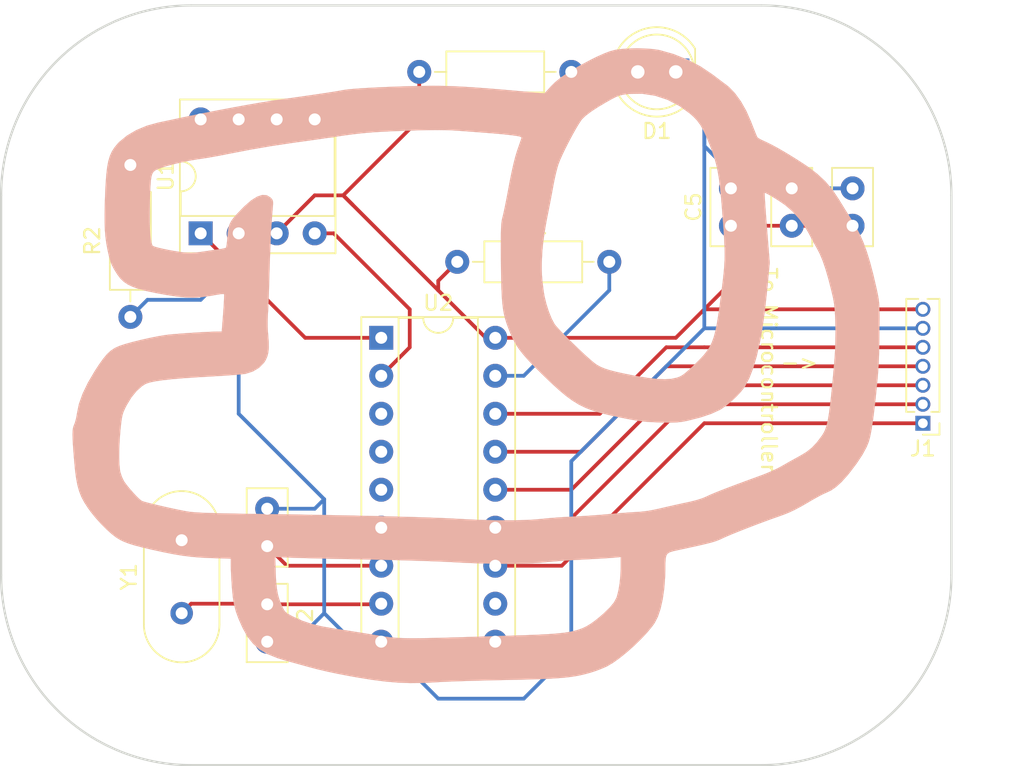
<source format=kicad_pcb>
(kicad_pcb (version 20171130) (host pcbnew "(5.1.10)-1")

  (general
    (thickness 1.6)
    (drawings 12)
    (tracks 90)
    (zones 0)
    (modules 18)
    (nets 24)
  )

  (page A4)
  (layers
    (0 F.Cu signal)
    (31 B.Cu signal)
    (32 B.Adhes user)
    (33 F.Adhes user)
    (34 B.Paste user)
    (35 F.Paste user)
    (36 B.SilkS user)
    (37 F.SilkS user)
    (38 B.Mask user)
    (39 F.Mask user)
    (40 Dwgs.User user)
    (41 Cmts.User user)
    (42 Eco1.User user)
    (43 Eco2.User user)
    (44 Edge.Cuts user)
    (45 Margin user)
    (46 B.CrtYd user)
    (47 F.CrtYd user)
    (48 B.Fab user)
    (49 F.Fab user)
  )

  (setup
    (last_trace_width 0.25)
    (trace_clearance 0.2)
    (zone_clearance 0.508)
    (zone_45_only no)
    (trace_min 0.2)
    (via_size 0.8)
    (via_drill 0.4)
    (via_min_size 0.4)
    (via_min_drill 0.3)
    (uvia_size 0.3)
    (uvia_drill 0.1)
    (uvias_allowed no)
    (uvia_min_size 0.2)
    (uvia_min_drill 0.1)
    (edge_width 0.05)
    (segment_width 0.2)
    (pcb_text_width 0.3)
    (pcb_text_size 1.5 1.5)
    (mod_edge_width 0.12)
    (mod_text_size 1 1)
    (mod_text_width 0.15)
    (pad_size 1.524 1.524)
    (pad_drill 0.762)
    (pad_to_mask_clearance 0)
    (aux_axis_origin 0 0)
    (visible_elements 7FFFFFFF)
    (pcbplotparams
      (layerselection 0x010fc_ffffffff)
      (usegerberextensions false)
      (usegerberattributes true)
      (usegerberadvancedattributes true)
      (creategerberjobfile true)
      (excludeedgelayer true)
      (linewidth 0.100000)
      (plotframeref false)
      (viasonmask false)
      (mode 1)
      (useauxorigin false)
      (hpglpennumber 1)
      (hpglpenspeed 20)
      (hpglpendiameter 15.000000)
      (psnegative false)
      (psa4output false)
      (plotreference true)
      (plotvalue true)
      (plotinvisibletext false)
      (padsonsilk false)
      (subtractmaskfromsilk false)
      (outputformat 1)
      (mirror false)
      (drillshape 1)
      (scaleselection 1)
      (outputdirectory ""))
  )

  (net 0 "")
  (net 1 "Net-(U1-Pad4)")
  (net 2 "Net-(U1-Pad5)")
  (net 3 "Net-(U1-Pad1)")
  (net 4 "Net-(U2-Pad6)")
  (net 5 "Net-(U2-Pad5)")
  (net 6 "Net-(U2-Pad4)")
  (net 7 "Net-(U2-Pad3)")
  (net 8 "Net-(U2-Pad11)")
  (net 9 "Net-(U2-Pad10)")
  (net 10 "Net-(C1-Pad2)")
  (net 11 Earth)
  (net 12 "Net-(C2-Pad2)")
  (net 13 "Net-(R1-Pad2)")
  (net 14 "Net-(R2-Pad1)")
  (net 15 CANH)
  (net 16 CANL)
  (net 17 VCC)
  (net 18 "Net-(D1-Pad2)")
  (net 19 "Net-(J1-Pad5)")
  (net 20 "Net-(J1-Pad4)")
  (net 21 "Net-(J1-Pad3)")
  (net 22 "Net-(J1-Pad2)")
  (net 23 "Net-(J1-Pad1)")

  (net_class Default "This is the default net class."
    (clearance 0.2)
    (trace_width 0.25)
    (via_dia 0.8)
    (via_drill 0.4)
    (uvia_dia 0.3)
    (uvia_drill 0.1)
    (add_net CANH)
    (add_net CANL)
    (add_net Earth)
    (add_net "Net-(C1-Pad2)")
    (add_net "Net-(C2-Pad2)")
    (add_net "Net-(D1-Pad2)")
    (add_net "Net-(J1-Pad1)")
    (add_net "Net-(J1-Pad2)")
    (add_net "Net-(J1-Pad3)")
    (add_net "Net-(J1-Pad4)")
    (add_net "Net-(J1-Pad5)")
    (add_net "Net-(R1-Pad2)")
    (add_net "Net-(R2-Pad1)")
    (add_net "Net-(U1-Pad1)")
    (add_net "Net-(U1-Pad4)")
    (add_net "Net-(U1-Pad5)")
    (add_net "Net-(U2-Pad10)")
    (add_net "Net-(U2-Pad11)")
    (add_net "Net-(U2-Pad3)")
    (add_net "Net-(U2-Pad4)")
    (add_net "Net-(U2-Pad5)")
    (add_net "Net-(U2-Pad6)")
    (add_net VCC)
  )

  (module Capacitor_THT:C_Disc_D5.0mm_W2.5mm_P2.50mm (layer F.Cu) (tedit 5AE50EF0) (tstamp 65307CA0)
    (at 124.968 52.832 90)
    (descr "C, Disc series, Radial, pin pitch=2.50mm, , diameter*width=5*2.5mm^2, Capacitor, http://cdn-reichelt.de/documents/datenblatt/B300/DS_KERKO_TC.pdf")
    (tags "C Disc series Radial pin pitch 2.50mm  diameter 5mm width 2.5mm Capacitor")
    (path /653146B7)
    (fp_text reference C5 (at 1.25 -2.5 90) (layer F.SilkS)
      (effects (font (size 1 1) (thickness 0.15)))
    )
    (fp_text value .1uF (at 1.25 2.5 90) (layer F.Fab)
      (effects (font (size 1 1) (thickness 0.15)))
    )
    (fp_text user %R (at 1.25 0 90) (layer F.Fab)
      (effects (font (size 1 1) (thickness 0.15)))
    )
    (fp_line (start -1.25 -1.25) (end -1.25 1.25) (layer F.Fab) (width 0.1))
    (fp_line (start -1.25 1.25) (end 3.75 1.25) (layer F.Fab) (width 0.1))
    (fp_line (start 3.75 1.25) (end 3.75 -1.25) (layer F.Fab) (width 0.1))
    (fp_line (start 3.75 -1.25) (end -1.25 -1.25) (layer F.Fab) (width 0.1))
    (fp_line (start -1.37 -1.37) (end 3.87 -1.37) (layer F.SilkS) (width 0.12))
    (fp_line (start -1.37 1.37) (end 3.87 1.37) (layer F.SilkS) (width 0.12))
    (fp_line (start -1.37 -1.37) (end -1.37 1.37) (layer F.SilkS) (width 0.12))
    (fp_line (start 3.87 -1.37) (end 3.87 1.37) (layer F.SilkS) (width 0.12))
    (fp_line (start -1.5 -1.5) (end -1.5 1.5) (layer F.CrtYd) (width 0.05))
    (fp_line (start -1.5 1.5) (end 4 1.5) (layer F.CrtYd) (width 0.05))
    (fp_line (start 4 1.5) (end 4 -1.5) (layer F.CrtYd) (width 0.05))
    (fp_line (start 4 -1.5) (end -1.5 -1.5) (layer F.CrtYd) (width 0.05))
    (pad 2 thru_hole circle (at 2.5 0 90) (size 1.6 1.6) (drill 0.8) (layers *.Cu *.Mask)
      (net 11 Earth))
    (pad 1 thru_hole circle (at 0 0 90) (size 1.6 1.6) (drill 0.8) (layers *.Cu *.Mask)
      (net 17 VCC))
    (model ${KISYS3DMOD}/Capacitor_THT.3dshapes/C_Disc_D5.0mm_W2.5mm_P2.50mm.wrl
      (at (xyz 0 0 0))
      (scale (xyz 1 1 1))
      (rotate (xyz 0 0 0))
    )
  )

  (module Capacitor_THT:C_Disc_D5.0mm_W2.5mm_P2.50mm (layer F.Cu) (tedit 5AE50EF0) (tstamp 65307C8D)
    (at 133.096 52.832 90)
    (descr "C, Disc series, Radial, pin pitch=2.50mm, , diameter*width=5*2.5mm^2, Capacitor, http://cdn-reichelt.de/documents/datenblatt/B300/DS_KERKO_TC.pdf")
    (tags "C Disc series Radial pin pitch 2.50mm  diameter 5mm width 2.5mm Capacitor")
    (path /65313E14)
    (fp_text reference C4 (at 1.25 -2.5 90) (layer F.SilkS)
      (effects (font (size 1 1) (thickness 0.15)))
    )
    (fp_text value 0.1uF (at 1.25 2.5 90) (layer F.Fab)
      (effects (font (size 1 1) (thickness 0.15)))
    )
    (fp_text user %R (at 1.25 0 90) (layer F.Fab)
      (effects (font (size 1 1) (thickness 0.15)))
    )
    (fp_line (start -1.25 -1.25) (end -1.25 1.25) (layer F.Fab) (width 0.1))
    (fp_line (start -1.25 1.25) (end 3.75 1.25) (layer F.Fab) (width 0.1))
    (fp_line (start 3.75 1.25) (end 3.75 -1.25) (layer F.Fab) (width 0.1))
    (fp_line (start 3.75 -1.25) (end -1.25 -1.25) (layer F.Fab) (width 0.1))
    (fp_line (start -1.37 -1.37) (end 3.87 -1.37) (layer F.SilkS) (width 0.12))
    (fp_line (start -1.37 1.37) (end 3.87 1.37) (layer F.SilkS) (width 0.12))
    (fp_line (start -1.37 -1.37) (end -1.37 1.37) (layer F.SilkS) (width 0.12))
    (fp_line (start 3.87 -1.37) (end 3.87 1.37) (layer F.SilkS) (width 0.12))
    (fp_line (start -1.5 -1.5) (end -1.5 1.5) (layer F.CrtYd) (width 0.05))
    (fp_line (start -1.5 1.5) (end 4 1.5) (layer F.CrtYd) (width 0.05))
    (fp_line (start 4 1.5) (end 4 -1.5) (layer F.CrtYd) (width 0.05))
    (fp_line (start 4 -1.5) (end -1.5 -1.5) (layer F.CrtYd) (width 0.05))
    (pad 2 thru_hole circle (at 2.5 0 90) (size 1.6 1.6) (drill 0.8) (layers *.Cu *.Mask)
      (net 11 Earth))
    (pad 1 thru_hole circle (at 0 0 90) (size 1.6 1.6) (drill 0.8) (layers *.Cu *.Mask)
      (net 17 VCC))
    (model ${KISYS3DMOD}/Capacitor_THT.3dshapes/C_Disc_D5.0mm_W2.5mm_P2.50mm.wrl
      (at (xyz 0 0 0))
      (scale (xyz 1 1 1))
      (rotate (xyz 0 0 0))
    )
  )

  (module Capacitor_THT:C_Disc_D5.0mm_W2.5mm_P2.50mm (layer F.Cu) (tedit 5AE50EF0) (tstamp 65307C7A)
    (at 129.032 52.832 90)
    (descr "C, Disc series, Radial, pin pitch=2.50mm, , diameter*width=5*2.5mm^2, Capacitor, http://cdn-reichelt.de/documents/datenblatt/B300/DS_KERKO_TC.pdf")
    (tags "C Disc series Radial pin pitch 2.50mm  diameter 5mm width 2.5mm Capacitor")
    (path /65315022)
    (fp_text reference C3 (at 1.25 -2.5 90) (layer F.SilkS)
      (effects (font (size 1 1) (thickness 0.15)))
    )
    (fp_text value CP_Small (at 1.25 2.5 90) (layer F.Fab)
      (effects (font (size 1 1) (thickness 0.15)))
    )
    (fp_text user %R (at 1.25 0 90) (layer F.Fab)
      (effects (font (size 1 1) (thickness 0.15)))
    )
    (fp_line (start -1.25 -1.25) (end -1.25 1.25) (layer F.Fab) (width 0.1))
    (fp_line (start -1.25 1.25) (end 3.75 1.25) (layer F.Fab) (width 0.1))
    (fp_line (start 3.75 1.25) (end 3.75 -1.25) (layer F.Fab) (width 0.1))
    (fp_line (start 3.75 -1.25) (end -1.25 -1.25) (layer F.Fab) (width 0.1))
    (fp_line (start -1.37 -1.37) (end 3.87 -1.37) (layer F.SilkS) (width 0.12))
    (fp_line (start -1.37 1.37) (end 3.87 1.37) (layer F.SilkS) (width 0.12))
    (fp_line (start -1.37 -1.37) (end -1.37 1.37) (layer F.SilkS) (width 0.12))
    (fp_line (start 3.87 -1.37) (end 3.87 1.37) (layer F.SilkS) (width 0.12))
    (fp_line (start -1.5 -1.5) (end -1.5 1.5) (layer F.CrtYd) (width 0.05))
    (fp_line (start -1.5 1.5) (end 4 1.5) (layer F.CrtYd) (width 0.05))
    (fp_line (start 4 1.5) (end 4 -1.5) (layer F.CrtYd) (width 0.05))
    (fp_line (start 4 -1.5) (end -1.5 -1.5) (layer F.CrtYd) (width 0.05))
    (pad 2 thru_hole circle (at 2.5 0 90) (size 1.6 1.6) (drill 0.8) (layers *.Cu *.Mask)
      (net 11 Earth))
    (pad 1 thru_hole circle (at 0 0 90) (size 1.6 1.6) (drill 0.8) (layers *.Cu *.Mask)
      (net 17 VCC))
    (model ${KISYS3DMOD}/Capacitor_THT.3dshapes/C_Disc_D5.0mm_W2.5mm_P2.50mm.wrl
      (at (xyz 0 0 0))
      (scale (xyz 1 1 1))
      (rotate (xyz 0 0 0))
    )
  )

  (module MountingHole:MountingHole_3.2mm_M3 (layer F.Cu) (tedit 56D1B4CB) (tstamp 65306EFA)
    (at 82.804 82.296)
    (descr "Mounting Hole 3.2mm, no annular, M3")
    (tags "mounting hole 3.2mm no annular m3")
    (path /653B0EED)
    (attr virtual)
    (fp_text reference H4 (at 0 -4.2) (layer F.SilkS) hide
      (effects (font (size 1 1) (thickness 0.15)))
    )
    (fp_text value MountingHole (at 0 4.2) (layer F.Fab)
      (effects (font (size 1 1) (thickness 0.15)))
    )
    (fp_text user %R (at 0.3 0) (layer F.Fab)
      (effects (font (size 1 1) (thickness 0.15)))
    )
    (fp_circle (center 0 0) (end 3.2 0) (layer Cmts.User) (width 0.15))
    (fp_circle (center 0 0) (end 3.45 0) (layer F.CrtYd) (width 0.05))
    (pad 1 np_thru_hole circle (at 0 0) (size 3.2 3.2) (drill 3.2) (layers *.Cu *.Mask))
  )

  (module MountingHole:MountingHole_3.2mm_M3 (layer F.Cu) (tedit 56D1B4CB) (tstamp 65306EF2)
    (at 82.804 44.704)
    (descr "Mounting Hole 3.2mm, no annular, M3")
    (tags "mounting hole 3.2mm no annular m3")
    (path /653AFFE4)
    (attr virtual)
    (fp_text reference H3 (at 0 -4.2) (layer F.SilkS) hide
      (effects (font (size 1 1) (thickness 0.15)))
    )
    (fp_text value MountingHole (at 0 4.2) (layer F.Fab)
      (effects (font (size 1 1) (thickness 0.15)))
    )
    (fp_text user %R (at 0.3 0) (layer F.Fab)
      (effects (font (size 1 1) (thickness 0.15)))
    )
    (fp_circle (center 0 0) (end 3.2 0) (layer Cmts.User) (width 0.15))
    (fp_circle (center 0 0) (end 3.45 0) (layer F.CrtYd) (width 0.05))
    (pad 1 np_thru_hole circle (at 0 0) (size 3.2 3.2) (drill 3.2) (layers *.Cu *.Mask))
  )

  (module MountingHole:MountingHole_3.2mm_M3 (layer F.Cu) (tedit 56D1B4CB) (tstamp 65306EEA)
    (at 133.096 82.296)
    (descr "Mounting Hole 3.2mm, no annular, M3")
    (tags "mounting hole 3.2mm no annular m3")
    (path /653AF311)
    (attr virtual)
    (fp_text reference H2 (at 2.032 -1.524) (layer F.SilkS) hide
      (effects (font (size 1 1) (thickness 0.15)))
    )
    (fp_text value MountingHole (at 0 4.2) (layer F.Fab)
      (effects (font (size 1 1) (thickness 0.15)))
    )
    (fp_circle (center 0 0) (end 3.2 0) (layer Cmts.User) (width 0.15))
    (fp_circle (center 0 0) (end 3.45 0) (layer F.CrtYd) (width 0.05))
    (pad 1 np_thru_hole circle (at 0 0) (size 3.2 3.2) (drill 3.2) (layers *.Cu *.Mask))
  )

  (module MountingHole:MountingHole_3.2mm_M3 (layer F.Cu) (tedit 56D1B4CB) (tstamp 65306EE2)
    (at 133.096 44.704)
    (descr "Mounting Hole 3.2mm, no annular, M3")
    (tags "mounting hole 3.2mm no annular m3")
    (path /653AE7CE)
    (attr virtual)
    (fp_text reference H1 (at 2.032 1.016) (layer F.SilkS) hide
      (effects (font (size 1 1) (thickness 0.15)))
    )
    (fp_text value MountingHole (at 0 4.2) (layer F.Fab)
      (effects (font (size 1 1) (thickness 0.15)))
    )
    (fp_circle (center 0 0) (end 3.2 0) (layer Cmts.User) (width 0.15))
    (fp_circle (center 0 0) (end 3.45 0) (layer F.CrtYd) (width 0.05))
    (pad 1 np_thru_hole circle (at 0 0) (size 3.2 3.2) (drill 3.2) (layers *.Cu *.Mask))
  )

  (module LED_THT:LED_D5.0mm (layer F.Cu) (tedit 5995936A) (tstamp 653056B0)
    (at 121.285 42.545 180)
    (descr "LED, diameter 5.0mm, 2 pins, http://cdn-reichelt.de/documents/datenblatt/A500/LL-504BC2E-009.pdf")
    (tags "LED diameter 5.0mm 2 pins")
    (path /65315844)
    (fp_text reference D1 (at 1.27 -3.96) (layer F.SilkS)
      (effects (font (size 1 1) (thickness 0.15)))
    )
    (fp_text value LED_Small (at 1.27 3.96) (layer F.Fab)
      (effects (font (size 1 1) (thickness 0.15)))
    )
    (fp_text user %R (at 1.25 0) (layer F.Fab)
      (effects (font (size 0.8 0.8) (thickness 0.2)))
    )
    (fp_arc (start 1.27 0) (end -1.29 1.54483) (angle -148.9) (layer F.SilkS) (width 0.12))
    (fp_arc (start 1.27 0) (end -1.29 -1.54483) (angle 148.9) (layer F.SilkS) (width 0.12))
    (fp_arc (start 1.27 0) (end -1.23 -1.469694) (angle 299.1) (layer F.Fab) (width 0.1))
    (fp_circle (center 1.27 0) (end 3.77 0) (layer F.Fab) (width 0.1))
    (fp_circle (center 1.27 0) (end 3.77 0) (layer F.SilkS) (width 0.12))
    (fp_line (start -1.23 -1.469694) (end -1.23 1.469694) (layer F.Fab) (width 0.1))
    (fp_line (start -1.29 -1.545) (end -1.29 1.545) (layer F.SilkS) (width 0.12))
    (fp_line (start -1.95 -3.25) (end -1.95 3.25) (layer F.CrtYd) (width 0.05))
    (fp_line (start -1.95 3.25) (end 4.5 3.25) (layer F.CrtYd) (width 0.05))
    (fp_line (start 4.5 3.25) (end 4.5 -3.25) (layer F.CrtYd) (width 0.05))
    (fp_line (start 4.5 -3.25) (end -1.95 -3.25) (layer F.CrtYd) (width 0.05))
    (pad 2 thru_hole circle (at 2.54 0 180) (size 1.8 1.8) (drill 0.9) (layers *.Cu *.Mask)
      (net 18 "Net-(D1-Pad2)"))
    (pad 1 thru_hole rect (at 0 0 180) (size 1.8 1.8) (drill 0.9) (layers *.Cu *.Mask)
      (net 11 Earth))
    (model ${KISYS3DMOD}/LED_THT.3dshapes/LED_D5.0mm.wrl
      (at (xyz 0 0 0))
      (scale (xyz 1 1 1))
      (rotate (xyz 0 0 0))
    )
  )

  (module Package_DIP:DIP-18_W7.62mm_Socket (layer F.Cu) (tedit 5A02E8C5) (tstamp 652DE3E1)
    (at 101.6 60.325)
    (descr "18-lead though-hole mounted DIP package, row spacing 7.62 mm (300 mils), Socket")
    (tags "THT DIP DIL PDIP 2.54mm 7.62mm 300mil Socket")
    (path /652D9E85)
    (fp_text reference U2 (at 3.81 -2.33) (layer F.SilkS)
      (effects (font (size 1 1) (thickness 0.15)))
    )
    (fp_text value MCP2515-I_P (at 3.81 22.65) (layer F.Fab)
      (effects (font (size 1 1) (thickness 0.15)))
    )
    (fp_text user %R (at 3.81 10.16) (layer F.Fab)
      (effects (font (size 1 1) (thickness 0.15)))
    )
    (fp_arc (start 3.81 -1.33) (end 2.81 -1.33) (angle -180) (layer F.SilkS) (width 0.12))
    (fp_line (start 1.635 -1.27) (end 6.985 -1.27) (layer F.Fab) (width 0.1))
    (fp_line (start 6.985 -1.27) (end 6.985 21.59) (layer F.Fab) (width 0.1))
    (fp_line (start 6.985 21.59) (end 0.635 21.59) (layer F.Fab) (width 0.1))
    (fp_line (start 0.635 21.59) (end 0.635 -0.27) (layer F.Fab) (width 0.1))
    (fp_line (start 0.635 -0.27) (end 1.635 -1.27) (layer F.Fab) (width 0.1))
    (fp_line (start -1.27 -1.33) (end -1.27 21.65) (layer F.Fab) (width 0.1))
    (fp_line (start -1.27 21.65) (end 8.89 21.65) (layer F.Fab) (width 0.1))
    (fp_line (start 8.89 21.65) (end 8.89 -1.33) (layer F.Fab) (width 0.1))
    (fp_line (start 8.89 -1.33) (end -1.27 -1.33) (layer F.Fab) (width 0.1))
    (fp_line (start 2.81 -1.33) (end 1.16 -1.33) (layer F.SilkS) (width 0.12))
    (fp_line (start 1.16 -1.33) (end 1.16 21.65) (layer F.SilkS) (width 0.12))
    (fp_line (start 1.16 21.65) (end 6.46 21.65) (layer F.SilkS) (width 0.12))
    (fp_line (start 6.46 21.65) (end 6.46 -1.33) (layer F.SilkS) (width 0.12))
    (fp_line (start 6.46 -1.33) (end 4.81 -1.33) (layer F.SilkS) (width 0.12))
    (fp_line (start -1.33 -1.39) (end -1.33 21.71) (layer F.SilkS) (width 0.12))
    (fp_line (start -1.33 21.71) (end 8.95 21.71) (layer F.SilkS) (width 0.12))
    (fp_line (start 8.95 21.71) (end 8.95 -1.39) (layer F.SilkS) (width 0.12))
    (fp_line (start 8.95 -1.39) (end -1.33 -1.39) (layer F.SilkS) (width 0.12))
    (fp_line (start -1.55 -1.6) (end -1.55 21.9) (layer F.CrtYd) (width 0.05))
    (fp_line (start -1.55 21.9) (end 9.15 21.9) (layer F.CrtYd) (width 0.05))
    (fp_line (start 9.15 21.9) (end 9.15 -1.6) (layer F.CrtYd) (width 0.05))
    (fp_line (start 9.15 -1.6) (end -1.55 -1.6) (layer F.CrtYd) (width 0.05))
    (pad 18 thru_hole oval (at 7.62 0) (size 1.6 1.6) (drill 0.8) (layers *.Cu *.Mask)
      (net 17 VCC))
    (pad 9 thru_hole oval (at 0 20.32) (size 1.6 1.6) (drill 0.8) (layers *.Cu *.Mask)
      (net 11 Earth))
    (pad 17 thru_hole oval (at 7.62 2.54) (size 1.6 1.6) (drill 0.8) (layers *.Cu *.Mask)
      (net 13 "Net-(R1-Pad2)"))
    (pad 8 thru_hole oval (at 0 17.78) (size 1.6 1.6) (drill 0.8) (layers *.Cu *.Mask)
      (net 12 "Net-(C2-Pad2)"))
    (pad 16 thru_hole oval (at 7.62 5.08) (size 1.6 1.6) (drill 0.8) (layers *.Cu *.Mask)
      (net 19 "Net-(J1-Pad5)"))
    (pad 7 thru_hole oval (at 0 15.24) (size 1.6 1.6) (drill 0.8) (layers *.Cu *.Mask)
      (net 10 "Net-(C1-Pad2)"))
    (pad 15 thru_hole oval (at 7.62 7.62) (size 1.6 1.6) (drill 0.8) (layers *.Cu *.Mask)
      (net 20 "Net-(J1-Pad4)"))
    (pad 6 thru_hole oval (at 0 12.7) (size 1.6 1.6) (drill 0.8) (layers *.Cu *.Mask)
      (net 4 "Net-(U2-Pad6)"))
    (pad 14 thru_hole oval (at 7.62 10.16) (size 1.6 1.6) (drill 0.8) (layers *.Cu *.Mask)
      (net 21 "Net-(J1-Pad3)"))
    (pad 5 thru_hole oval (at 0 10.16) (size 1.6 1.6) (drill 0.8) (layers *.Cu *.Mask)
      (net 5 "Net-(U2-Pad5)"))
    (pad 13 thru_hole oval (at 7.62 12.7) (size 1.6 1.6) (drill 0.8) (layers *.Cu *.Mask)
      (net 22 "Net-(J1-Pad2)"))
    (pad 4 thru_hole oval (at 0 7.62) (size 1.6 1.6) (drill 0.8) (layers *.Cu *.Mask)
      (net 6 "Net-(U2-Pad4)"))
    (pad 12 thru_hole oval (at 7.62 15.24) (size 1.6 1.6) (drill 0.8) (layers *.Cu *.Mask)
      (net 23 "Net-(J1-Pad1)"))
    (pad 3 thru_hole oval (at 0 5.08) (size 1.6 1.6) (drill 0.8) (layers *.Cu *.Mask)
      (net 7 "Net-(U2-Pad3)"))
    (pad 11 thru_hole oval (at 7.62 17.78) (size 1.6 1.6) (drill 0.8) (layers *.Cu *.Mask)
      (net 8 "Net-(U2-Pad11)"))
    (pad 2 thru_hole oval (at 0 2.54) (size 1.6 1.6) (drill 0.8) (layers *.Cu *.Mask)
      (net 1 "Net-(U1-Pad4)"))
    (pad 10 thru_hole oval (at 7.62 20.32) (size 1.6 1.6) (drill 0.8) (layers *.Cu *.Mask)
      (net 9 "Net-(U2-Pad10)"))
    (pad 1 thru_hole rect (at 0 0) (size 1.6 1.6) (drill 0.8) (layers *.Cu *.Mask)
      (net 3 "Net-(U1-Pad1)"))
    (model ${KISYS3DMOD}/Package_DIP.3dshapes/DIP-18_W7.62mm_Socket.wrl
      (at (xyz 0 0 0))
      (scale (xyz 1 1 1))
      (rotate (xyz 0 0 0))
    )
  )

  (module Package_DIP:DIP-8_W7.62mm_Socket (layer F.Cu) (tedit 5A02E8C5) (tstamp 652DE086)
    (at 89.535 53.34 90)
    (descr "8-lead though-hole mounted DIP package, row spacing 7.62 mm (300 mils), Socket")
    (tags "THT DIP DIL PDIP 2.54mm 7.62mm 300mil Socket")
    (path /652D802D)
    (fp_text reference U1 (at 3.81 -2.33 90) (layer F.SilkS)
      (effects (font (size 1 1) (thickness 0.15)))
    )
    (fp_text value MCP2551-I-P (at 3.81 9.95 90) (layer F.Fab)
      (effects (font (size 1 1) (thickness 0.15)))
    )
    (fp_text user %R (at 3.81 3.81 90) (layer F.Fab)
      (effects (font (size 1 1) (thickness 0.15)))
    )
    (fp_arc (start 3.81 -1.33) (end 2.81 -1.33) (angle -180) (layer F.SilkS) (width 0.12))
    (fp_line (start 1.635 -1.27) (end 6.985 -1.27) (layer F.Fab) (width 0.1))
    (fp_line (start 6.985 -1.27) (end 6.985 8.89) (layer F.Fab) (width 0.1))
    (fp_line (start 6.985 8.89) (end 0.635 8.89) (layer F.Fab) (width 0.1))
    (fp_line (start 0.635 8.89) (end 0.635 -0.27) (layer F.Fab) (width 0.1))
    (fp_line (start 0.635 -0.27) (end 1.635 -1.27) (layer F.Fab) (width 0.1))
    (fp_line (start -1.27 -1.33) (end -1.27 8.95) (layer F.Fab) (width 0.1))
    (fp_line (start -1.27 8.95) (end 8.89 8.95) (layer F.Fab) (width 0.1))
    (fp_line (start 8.89 8.95) (end 8.89 -1.33) (layer F.Fab) (width 0.1))
    (fp_line (start 8.89 -1.33) (end -1.27 -1.33) (layer F.Fab) (width 0.1))
    (fp_line (start 2.81 -1.33) (end 1.16 -1.33) (layer F.SilkS) (width 0.12))
    (fp_line (start 1.16 -1.33) (end 1.16 8.95) (layer F.SilkS) (width 0.12))
    (fp_line (start 1.16 8.95) (end 6.46 8.95) (layer F.SilkS) (width 0.12))
    (fp_line (start 6.46 8.95) (end 6.46 -1.33) (layer F.SilkS) (width 0.12))
    (fp_line (start 6.46 -1.33) (end 4.81 -1.33) (layer F.SilkS) (width 0.12))
    (fp_line (start -1.33 -1.39) (end -1.33 9.01) (layer F.SilkS) (width 0.12))
    (fp_line (start -1.33 9.01) (end 8.95 9.01) (layer F.SilkS) (width 0.12))
    (fp_line (start 8.95 9.01) (end 8.95 -1.39) (layer F.SilkS) (width 0.12))
    (fp_line (start 8.95 -1.39) (end -1.33 -1.39) (layer F.SilkS) (width 0.12))
    (fp_line (start -1.55 -1.6) (end -1.55 9.2) (layer F.CrtYd) (width 0.05))
    (fp_line (start -1.55 9.2) (end 9.15 9.2) (layer F.CrtYd) (width 0.05))
    (fp_line (start 9.15 9.2) (end 9.15 -1.6) (layer F.CrtYd) (width 0.05))
    (fp_line (start 9.15 -1.6) (end -1.55 -1.6) (layer F.CrtYd) (width 0.05))
    (pad 8 thru_hole oval (at 7.62 0 90) (size 1.6 1.6) (drill 0.8) (layers *.Cu *.Mask)
      (net 14 "Net-(R2-Pad1)"))
    (pad 4 thru_hole oval (at 0 7.62 90) (size 1.6 1.6) (drill 0.8) (layers *.Cu *.Mask)
      (net 1 "Net-(U1-Pad4)"))
    (pad 7 thru_hole oval (at 7.62 2.54 90) (size 1.6 1.6) (drill 0.8) (layers *.Cu *.Mask)
      (net 15 CANH))
    (pad 3 thru_hole oval (at 0 5.08 90) (size 1.6 1.6) (drill 0.8) (layers *.Cu *.Mask)
      (net 17 VCC))
    (pad 6 thru_hole oval (at 7.62 5.08 90) (size 1.6 1.6) (drill 0.8) (layers *.Cu *.Mask)
      (net 16 CANL))
    (pad 2 thru_hole oval (at 0 2.54 90) (size 1.6 1.6) (drill 0.8) (layers *.Cu *.Mask)
      (net 11 Earth))
    (pad 5 thru_hole oval (at 7.62 7.62 90) (size 1.6 1.6) (drill 0.8) (layers *.Cu *.Mask)
      (net 2 "Net-(U1-Pad5)"))
    (pad 1 thru_hole rect (at 0 0 90) (size 1.6 1.6) (drill 0.8) (layers *.Cu *.Mask)
      (net 3 "Net-(U1-Pad1)"))
    (model ${KISYS3DMOD}/Package_DIP.3dshapes/DIP-8_W7.62mm_Socket.wrl
      (at (xyz 0 0 0))
      (scale (xyz 1 1 1))
      (rotate (xyz 0 0 0))
    )
  )

  (module Capacitor_THT:C_Disc_D5.0mm_W2.5mm_P2.50mm (layer F.Cu) (tedit 5AE50EF0) (tstamp 652F1529)
    (at 93.98 80.645 90)
    (descr "C, Disc series, Radial, pin pitch=2.50mm, , diameter*width=5*2.5mm^2, Capacitor, http://cdn-reichelt.de/documents/datenblatt/B300/DS_KERKO_TC.pdf")
    (tags "C Disc series Radial pin pitch 2.50mm  diameter 5mm width 2.5mm Capacitor")
    (path /652F22AA)
    (fp_text reference C2 (at 1.27 2.54 90) (layer F.SilkS)
      (effects (font (size 1 1) (thickness 0.15)))
    )
    (fp_text value 22uF (at 1.25 2.5 90) (layer F.Fab)
      (effects (font (size 1 1) (thickness 0.15)))
    )
    (fp_text user %R (at 1.25 0 90) (layer F.Fab)
      (effects (font (size 1 1) (thickness 0.15)))
    )
    (fp_line (start -1.25 -1.25) (end -1.25 1.25) (layer F.Fab) (width 0.1))
    (fp_line (start -1.25 1.25) (end 3.75 1.25) (layer F.Fab) (width 0.1))
    (fp_line (start 3.75 1.25) (end 3.75 -1.25) (layer F.Fab) (width 0.1))
    (fp_line (start 3.75 -1.25) (end -1.25 -1.25) (layer F.Fab) (width 0.1))
    (fp_line (start -1.37 -1.37) (end 3.87 -1.37) (layer F.SilkS) (width 0.12))
    (fp_line (start -1.37 1.37) (end 3.87 1.37) (layer F.SilkS) (width 0.12))
    (fp_line (start -1.37 -1.37) (end -1.37 1.37) (layer F.SilkS) (width 0.12))
    (fp_line (start 3.87 -1.37) (end 3.87 1.37) (layer F.SilkS) (width 0.12))
    (fp_line (start -1.5 -1.5) (end -1.5 1.5) (layer F.CrtYd) (width 0.05))
    (fp_line (start -1.5 1.5) (end 4 1.5) (layer F.CrtYd) (width 0.05))
    (fp_line (start 4 1.5) (end 4 -1.5) (layer F.CrtYd) (width 0.05))
    (fp_line (start 4 -1.5) (end -1.5 -1.5) (layer F.CrtYd) (width 0.05))
    (pad 2 thru_hole circle (at 2.5 0 90) (size 1.6 1.6) (drill 0.8) (layers *.Cu *.Mask)
      (net 12 "Net-(C2-Pad2)"))
    (pad 1 thru_hole circle (at 0 0 90) (size 1.6 1.6) (drill 0.8) (layers *.Cu *.Mask)
      (net 11 Earth))
    (model ${KISYS3DMOD}/Capacitor_THT.3dshapes/C_Disc_D5.0mm_W2.5mm_P2.50mm.wrl
      (at (xyz 0 0 0))
      (scale (xyz 1 1 1))
      (rotate (xyz 0 0 0))
    )
  )

  (module Capacitor_THT:C_Disc_D5.0mm_W2.5mm_P2.50mm (layer F.Cu) (tedit 5AE50EF0) (tstamp 652F1518)
    (at 93.98 71.755 270)
    (descr "C, Disc series, Radial, pin pitch=2.50mm, , diameter*width=5*2.5mm^2, Capacitor, http://cdn-reichelt.de/documents/datenblatt/B300/DS_KERKO_TC.pdf")
    (tags "C Disc series Radial pin pitch 2.50mm  diameter 5mm width 2.5mm Capacitor")
    (path /652F1922)
    (fp_text reference C1 (at 1.25 -2.5 90) (layer F.SilkS)
      (effects (font (size 1 1) (thickness 0.15)))
    )
    (fp_text value 22uF (at 1.25 2.5 90) (layer F.Fab)
      (effects (font (size 1 1) (thickness 0.15)))
    )
    (fp_text user %R (at 1.25 0 90) (layer F.Fab)
      (effects (font (size 1 1) (thickness 0.15)))
    )
    (fp_line (start -1.25 -1.25) (end -1.25 1.25) (layer F.Fab) (width 0.1))
    (fp_line (start -1.25 1.25) (end 3.75 1.25) (layer F.Fab) (width 0.1))
    (fp_line (start 3.75 1.25) (end 3.75 -1.25) (layer F.Fab) (width 0.1))
    (fp_line (start 3.75 -1.25) (end -1.25 -1.25) (layer F.Fab) (width 0.1))
    (fp_line (start -1.37 -1.37) (end 3.87 -1.37) (layer F.SilkS) (width 0.12))
    (fp_line (start -1.37 1.37) (end 3.87 1.37) (layer F.SilkS) (width 0.12))
    (fp_line (start -1.37 -1.37) (end -1.37 1.37) (layer F.SilkS) (width 0.12))
    (fp_line (start 3.87 -1.37) (end 3.87 1.37) (layer F.SilkS) (width 0.12))
    (fp_line (start -1.5 -1.5) (end -1.5 1.5) (layer F.CrtYd) (width 0.05))
    (fp_line (start -1.5 1.5) (end 4 1.5) (layer F.CrtYd) (width 0.05))
    (fp_line (start 4 1.5) (end 4 -1.5) (layer F.CrtYd) (width 0.05))
    (fp_line (start 4 -1.5) (end -1.5 -1.5) (layer F.CrtYd) (width 0.05))
    (pad 2 thru_hole circle (at 2.5 0 270) (size 1.6 1.6) (drill 0.8) (layers *.Cu *.Mask)
      (net 10 "Net-(C1-Pad2)"))
    (pad 1 thru_hole circle (at 0 0 270) (size 1.6 1.6) (drill 0.8) (layers *.Cu *.Mask)
      (net 11 Earth))
    (model ${KISYS3DMOD}/Capacitor_THT.3dshapes/C_Disc_D5.0mm_W2.5mm_P2.50mm.wrl
      (at (xyz 0 0 0))
      (scale (xyz 1 1 1))
      (rotate (xyz 0 0 0))
    )
  )

  (module Connector_PinHeader_1.27mm:PinHeader_1x07_P1.27mm_Vertical (layer F.Cu) (tedit 59FED6E3) (tstamp 653014D1)
    (at 137.795 66.04 180)
    (descr "Through hole straight pin header, 1x07, 1.27mm pitch, single row")
    (tags "Through hole pin header THT 1x07 1.27mm single row")
    (path /65368684)
    (fp_text reference J1 (at 0 -1.695) (layer F.SilkS)
      (effects (font (size 1 1) (thickness 0.15)))
    )
    (fp_text value Conn_01x07_Male (at 0 9.315) (layer F.Fab)
      (effects (font (size 1 1) (thickness 0.15)))
    )
    (fp_text user %R (at 0 3.81 90) (layer F.Fab)
      (effects (font (size 1 1) (thickness 0.15)))
    )
    (fp_line (start -0.525 -0.635) (end 1.05 -0.635) (layer F.Fab) (width 0.1))
    (fp_line (start 1.05 -0.635) (end 1.05 8.255) (layer F.Fab) (width 0.1))
    (fp_line (start 1.05 8.255) (end -1.05 8.255) (layer F.Fab) (width 0.1))
    (fp_line (start -1.05 8.255) (end -1.05 -0.11) (layer F.Fab) (width 0.1))
    (fp_line (start -1.05 -0.11) (end -0.525 -0.635) (layer F.Fab) (width 0.1))
    (fp_line (start -1.11 8.315) (end -0.30753 8.315) (layer F.SilkS) (width 0.12))
    (fp_line (start 0.30753 8.315) (end 1.11 8.315) (layer F.SilkS) (width 0.12))
    (fp_line (start -1.11 0.76) (end -1.11 8.315) (layer F.SilkS) (width 0.12))
    (fp_line (start 1.11 0.76) (end 1.11 8.315) (layer F.SilkS) (width 0.12))
    (fp_line (start -1.11 0.76) (end -0.563471 0.76) (layer F.SilkS) (width 0.12))
    (fp_line (start 0.563471 0.76) (end 1.11 0.76) (layer F.SilkS) (width 0.12))
    (fp_line (start -1.11 0) (end -1.11 -0.76) (layer F.SilkS) (width 0.12))
    (fp_line (start -1.11 -0.76) (end 0 -0.76) (layer F.SilkS) (width 0.12))
    (fp_line (start -1.55 -1.15) (end -1.55 8.8) (layer F.CrtYd) (width 0.05))
    (fp_line (start -1.55 8.8) (end 1.55 8.8) (layer F.CrtYd) (width 0.05))
    (fp_line (start 1.55 8.8) (end 1.55 -1.15) (layer F.CrtYd) (width 0.05))
    (fp_line (start 1.55 -1.15) (end -1.55 -1.15) (layer F.CrtYd) (width 0.05))
    (pad 7 thru_hole oval (at 0 7.62 180) (size 1 1) (drill 0.65) (layers *.Cu *.Mask)
      (net 17 VCC))
    (pad 6 thru_hole oval (at 0 6.35 180) (size 1 1) (drill 0.65) (layers *.Cu *.Mask)
      (net 11 Earth))
    (pad 5 thru_hole oval (at 0 5.08 180) (size 1 1) (drill 0.65) (layers *.Cu *.Mask)
      (net 19 "Net-(J1-Pad5)"))
    (pad 4 thru_hole oval (at 0 3.81 180) (size 1 1) (drill 0.65) (layers *.Cu *.Mask)
      (net 20 "Net-(J1-Pad4)"))
    (pad 3 thru_hole oval (at 0 2.54 180) (size 1 1) (drill 0.65) (layers *.Cu *.Mask)
      (net 21 "Net-(J1-Pad3)"))
    (pad 2 thru_hole oval (at 0 1.27 180) (size 1 1) (drill 0.65) (layers *.Cu *.Mask)
      (net 22 "Net-(J1-Pad2)"))
    (pad 1 thru_hole rect (at 0 0 180) (size 1 1) (drill 0.65) (layers *.Cu *.Mask)
      (net 23 "Net-(J1-Pad1)"))
    (model ${KISYS3DMOD}/Connector_PinHeader_1.27mm.3dshapes/PinHeader_1x07_P1.27mm_Vertical.wrl
      (at (xyz 0 0 0))
      (scale (xyz 1 1 1))
      (rotate (xyz 0 0 0))
    )
  )

  (module Resistor_THT:R_Axial_DIN0207_L6.3mm_D2.5mm_P10.16mm_Horizontal (layer F.Cu) (tedit 5AE5139B) (tstamp 653007D1)
    (at 114.3 42.545 180)
    (descr "Resistor, Axial_DIN0207 series, Axial, Horizontal, pin pitch=10.16mm, 0.25W = 1/4W, length*diameter=6.3*2.5mm^2, http://cdn-reichelt.de/documents/datenblatt/B400/1_4W%23YAG.pdf")
    (tags "Resistor Axial_DIN0207 series Axial Horizontal pin pitch 10.16mm 0.25W = 1/4W length 6.3mm diameter 2.5mm")
    (path /6531D107)
    (fp_text reference R3 (at 5.08 -2.37) (layer F.SilkS)
      (effects (font (size 1 1) (thickness 0.15)))
    )
    (fp_text value 500k (at 5.08 2.37) (layer F.Fab)
      (effects (font (size 1 1) (thickness 0.15)))
    )
    (fp_text user %R (at 5.08 0) (layer F.Fab)
      (effects (font (size 1 1) (thickness 0.15)))
    )
    (fp_line (start 1.93 -1.25) (end 1.93 1.25) (layer F.Fab) (width 0.1))
    (fp_line (start 1.93 1.25) (end 8.23 1.25) (layer F.Fab) (width 0.1))
    (fp_line (start 8.23 1.25) (end 8.23 -1.25) (layer F.Fab) (width 0.1))
    (fp_line (start 8.23 -1.25) (end 1.93 -1.25) (layer F.Fab) (width 0.1))
    (fp_line (start 0 0) (end 1.93 0) (layer F.Fab) (width 0.1))
    (fp_line (start 10.16 0) (end 8.23 0) (layer F.Fab) (width 0.1))
    (fp_line (start 1.81 -1.37) (end 1.81 1.37) (layer F.SilkS) (width 0.12))
    (fp_line (start 1.81 1.37) (end 8.35 1.37) (layer F.SilkS) (width 0.12))
    (fp_line (start 8.35 1.37) (end 8.35 -1.37) (layer F.SilkS) (width 0.12))
    (fp_line (start 8.35 -1.37) (end 1.81 -1.37) (layer F.SilkS) (width 0.12))
    (fp_line (start 1.04 0) (end 1.81 0) (layer F.SilkS) (width 0.12))
    (fp_line (start 9.12 0) (end 8.35 0) (layer F.SilkS) (width 0.12))
    (fp_line (start -1.05 -1.5) (end -1.05 1.5) (layer F.CrtYd) (width 0.05))
    (fp_line (start -1.05 1.5) (end 11.21 1.5) (layer F.CrtYd) (width 0.05))
    (fp_line (start 11.21 1.5) (end 11.21 -1.5) (layer F.CrtYd) (width 0.05))
    (fp_line (start 11.21 -1.5) (end -1.05 -1.5) (layer F.CrtYd) (width 0.05))
    (pad 2 thru_hole oval (at 10.16 0 180) (size 1.6 1.6) (drill 0.8) (layers *.Cu *.Mask)
      (net 17 VCC))
    (pad 1 thru_hole circle (at 0 0 180) (size 1.6 1.6) (drill 0.8) (layers *.Cu *.Mask)
      (net 18 "Net-(D1-Pad2)"))
    (model ${KISYS3DMOD}/Resistor_THT.3dshapes/R_Axial_DIN0207_L6.3mm_D2.5mm_P10.16mm_Horizontal.wrl
      (at (xyz 0 0 0))
      (scale (xyz 1 1 1))
      (rotate (xyz 0 0 0))
    )
  )

  (module Resistor_THT:R_Axial_DIN0207_L6.3mm_D2.5mm_P10.16mm_Horizontal (layer F.Cu) (tedit 5AE5139B) (tstamp 652F24A6)
    (at 84.836 48.768 270)
    (descr "Resistor, Axial_DIN0207 series, Axial, Horizontal, pin pitch=10.16mm, 0.25W = 1/4W, length*diameter=6.3*2.5mm^2, http://cdn-reichelt.de/documents/datenblatt/B400/1_4W%23YAG.pdf")
    (tags "Resistor Axial_DIN0207 series Axial Horizontal pin pitch 10.16mm 0.25W = 1/4W length 6.3mm diameter 2.5mm")
    (path /65308A71)
    (fp_text reference R2 (at 5.08 2.54 90) (layer F.SilkS)
      (effects (font (size 1 1) (thickness 0.15)))
    )
    (fp_text value 10k (at 5.08 2.37 90) (layer F.Fab)
      (effects (font (size 1 1) (thickness 0.15)))
    )
    (fp_text user %R (at 4.445 0 90) (layer F.Fab)
      (effects (font (size 1 1) (thickness 0.15)))
    )
    (fp_line (start 1.93 -1.25) (end 1.93 1.25) (layer F.Fab) (width 0.1))
    (fp_line (start 1.93 1.25) (end 8.23 1.25) (layer F.Fab) (width 0.1))
    (fp_line (start 8.23 1.25) (end 8.23 -1.25) (layer F.Fab) (width 0.1))
    (fp_line (start 8.23 -1.25) (end 1.93 -1.25) (layer F.Fab) (width 0.1))
    (fp_line (start 0 0) (end 1.93 0) (layer F.Fab) (width 0.1))
    (fp_line (start 10.16 0) (end 8.23 0) (layer F.Fab) (width 0.1))
    (fp_line (start 1.81 -1.37) (end 1.81 1.37) (layer F.SilkS) (width 0.12))
    (fp_line (start 1.81 1.37) (end 8.35 1.37) (layer F.SilkS) (width 0.12))
    (fp_line (start 8.35 1.37) (end 8.35 -1.37) (layer F.SilkS) (width 0.12))
    (fp_line (start 8.35 -1.37) (end 1.81 -1.37) (layer F.SilkS) (width 0.12))
    (fp_line (start 1.04 0) (end 1.81 0) (layer F.SilkS) (width 0.12))
    (fp_line (start 9.12 0) (end 8.35 0) (layer F.SilkS) (width 0.12))
    (fp_line (start -1.05 -1.5) (end -1.05 1.5) (layer F.CrtYd) (width 0.05))
    (fp_line (start -1.05 1.5) (end 11.21 1.5) (layer F.CrtYd) (width 0.05))
    (fp_line (start 11.21 1.5) (end 11.21 -1.5) (layer F.CrtYd) (width 0.05))
    (fp_line (start 11.21 -1.5) (end -1.05 -1.5) (layer F.CrtYd) (width 0.05))
    (pad 2 thru_hole oval (at 10.16 0 270) (size 1.6 1.6) (drill 0.8) (layers *.Cu *.Mask)
      (net 11 Earth))
    (pad 1 thru_hole circle (at 0 0 270) (size 1.6 1.6) (drill 0.8) (layers *.Cu *.Mask)
      (net 14 "Net-(R2-Pad1)"))
    (model ${KISYS3DMOD}/Resistor_THT.3dshapes/R_Axial_DIN0207_L6.3mm_D2.5mm_P10.16mm_Horizontal.wrl
      (at (xyz 0 0 0))
      (scale (xyz 1 1 1))
      (rotate (xyz 0 0 0))
    )
  )

  (module Resistor_THT:R_Axial_DIN0207_L6.3mm_D2.5mm_P10.16mm_Horizontal (layer F.Cu) (tedit 5AE5139B) (tstamp 652F153A)
    (at 106.68 55.245)
    (descr "Resistor, Axial_DIN0207 series, Axial, Horizontal, pin pitch=10.16mm, 0.25W = 1/4W, length*diameter=6.3*2.5mm^2, http://cdn-reichelt.de/documents/datenblatt/B400/1_4W%23YAG.pdf")
    (tags "Resistor Axial_DIN0207 series Axial Horizontal pin pitch 10.16mm 0.25W = 1/4W length 6.3mm diameter 2.5mm")
    (path /652FBC0D)
    (fp_text reference R1 (at 5.08 -2.37) (layer F.SilkS)
      (effects (font (size 1 1) (thickness 0.15)))
    )
    (fp_text value 10k (at 5.08 2.37) (layer F.Fab)
      (effects (font (size 1 1) (thickness 0.15)))
    )
    (fp_text user %R (at 5.08 0) (layer F.Fab)
      (effects (font (size 1 1) (thickness 0.15)))
    )
    (fp_line (start 1.93 -1.25) (end 1.93 1.25) (layer F.Fab) (width 0.1))
    (fp_line (start 1.93 1.25) (end 8.23 1.25) (layer F.Fab) (width 0.1))
    (fp_line (start 8.23 1.25) (end 8.23 -1.25) (layer F.Fab) (width 0.1))
    (fp_line (start 8.23 -1.25) (end 1.93 -1.25) (layer F.Fab) (width 0.1))
    (fp_line (start 0 0) (end 1.93 0) (layer F.Fab) (width 0.1))
    (fp_line (start 10.16 0) (end 8.23 0) (layer F.Fab) (width 0.1))
    (fp_line (start 1.81 -1.37) (end 1.81 1.37) (layer F.SilkS) (width 0.12))
    (fp_line (start 1.81 1.37) (end 8.35 1.37) (layer F.SilkS) (width 0.12))
    (fp_line (start 8.35 1.37) (end 8.35 -1.37) (layer F.SilkS) (width 0.12))
    (fp_line (start 8.35 -1.37) (end 1.81 -1.37) (layer F.SilkS) (width 0.12))
    (fp_line (start 1.04 0) (end 1.81 0) (layer F.SilkS) (width 0.12))
    (fp_line (start 9.12 0) (end 8.35 0) (layer F.SilkS) (width 0.12))
    (fp_line (start -1.05 -1.5) (end -1.05 1.5) (layer F.CrtYd) (width 0.05))
    (fp_line (start -1.05 1.5) (end 11.21 1.5) (layer F.CrtYd) (width 0.05))
    (fp_line (start 11.21 1.5) (end 11.21 -1.5) (layer F.CrtYd) (width 0.05))
    (fp_line (start 11.21 -1.5) (end -1.05 -1.5) (layer F.CrtYd) (width 0.05))
    (pad 2 thru_hole oval (at 10.16 0) (size 1.6 1.6) (drill 0.8) (layers *.Cu *.Mask)
      (net 13 "Net-(R1-Pad2)"))
    (pad 1 thru_hole circle (at 0 0) (size 1.6 1.6) (drill 0.8) (layers *.Cu *.Mask)
      (net 17 VCC))
    (model ${KISYS3DMOD}/Resistor_THT.3dshapes/R_Axial_DIN0207_L6.3mm_D2.5mm_P10.16mm_Horizontal.wrl
      (at (xyz 0 0 0))
      (scale (xyz 1 1 1))
      (rotate (xyz 0 0 0))
    )
  )

  (module SolderMasks:Amog2 locked (layer B.Cu) (tedit 0) (tstamp 652EACCB)
    (at 107.95 62.23 90)
    (fp_text reference G*** (at 0 0 -90) (layer B.SilkS) hide
      (effects (font (size 1.524 1.524) (thickness 0.3)) (justify mirror))
    )
    (fp_text value LOGO (at 0.75 0 -90) (layer B.SilkS) hide
      (effects (font (size 1.524 1.524) (thickness 0.3)) (justify mirror))
    )
    (fp_poly (pts (xy 3.696117 26.945802) (xy 3.996284 26.936694) (xy 4.247071 26.919753) (xy 4.472416 26.89344)
      (xy 4.69626 26.856213) (xy 4.942538 26.806532) (xy 5.188857 26.753039) (xy 6.131196 26.534831)
      (xy 6.948288 26.319955) (xy 7.659666 26.10146) (xy 8.284862 25.87239) (xy 8.843407 25.625792)
      (xy 9.354834 25.354713) (xy 9.688286 25.151157) (xy 10.072025 24.907358) (xy 10.51392 24.631319)
      (xy 10.947147 24.364603) (xy 11.176 24.225812) (xy 11.806432 23.803329) (xy 12.362999 23.331499)
      (xy 12.874687 22.781651) (xy 13.370478 22.125115) (xy 13.513427 21.913686) (xy 13.879157 21.347517)
      (xy 14.223548 20.788769) (xy 14.532561 20.261744) (xy 14.792158 19.790743) (xy 14.988301 19.400069)
      (xy 15.062379 19.23231) (xy 15.166497 19.008049) (xy 15.266331 18.84049) (xy 15.323713 18.778587)
      (xy 15.424553 18.733292) (xy 15.633232 18.647594) (xy 15.921919 18.532672) (xy 16.262786 18.399705)
      (xy 16.364857 18.360352) (xy 17.076546 18.046848) (xy 17.714338 17.686095) (xy 18.257134 17.292229)
      (xy 18.683839 16.879388) (xy 18.810231 16.721733) (xy 18.974873 16.50056) (xy 19.191091 16.213097)
      (xy 19.422086 15.908192) (xy 19.516487 15.784285) (xy 20.047167 14.992117) (xy 20.508876 14.108377)
      (xy 20.88095 13.178365) (xy 21.142723 12.247377) (xy 21.153921 12.195094) (xy 21.2127 11.797102)
      (xy 21.248439 11.302515) (xy 21.261091 10.758045) (xy 21.25061 10.210407) (xy 21.216953 9.706315)
      (xy 21.160072 9.292481) (xy 21.156767 9.275744) (xy 21.066806 8.940518) (xy 20.91554 8.538797)
      (xy 20.694821 8.050352) (xy 20.521767 7.699535) (xy 20.102819 6.905734) (xy 19.712843 6.241732)
      (xy 19.34466 5.696761) (xy 18.991087 5.260054) (xy 18.70197 4.970656) (xy 18.246449 4.563225)
      (xy 18.335381 3.606041) (xy 18.439602 2.461245) (xy 18.527164 1.447235) (xy 18.598965 0.550718)
      (xy 18.655902 -0.241597) (xy 18.698873 -0.943002) (xy 18.728774 -1.566789) (xy 18.746503 -2.126249)
      (xy 18.75275 -2.576286) (xy 18.751417 -3.166776) (xy 18.742677 -3.813655) (xy 18.727415 -4.496793)
      (xy 18.706517 -5.196061) (xy 18.68087 -5.891328) (xy 18.65136 -6.562466) (xy 18.618872 -7.189345)
      (xy 18.584292 -7.751836) (xy 18.548507 -8.229808) (xy 18.512402 -8.603133) (xy 18.476863 -8.851682)
      (xy 18.476466 -8.853715) (xy 18.41869 -9.173406) (xy 18.344565 -9.625947) (xy 18.255768 -10.200167)
      (xy 18.153972 -10.884896) (xy 18.040851 -11.668963) (xy 17.918081 -12.541199) (xy 17.85089 -13.026572)
      (xy 17.754499 -13.678521) (xy 17.629637 -14.446677) (xy 17.480934 -15.30593) (xy 17.313022 -16.23117)
      (xy 17.130531 -17.197286) (xy 16.938094 -18.179167) (xy 16.740342 -19.151704) (xy 16.586041 -19.884572)
      (xy 16.500734 -20.284309) (xy 16.412957 -20.697526) (xy 16.334986 -21.066346) (xy 16.293584 -21.263429)
      (xy 16.085026 -22.018754) (xy 15.792184 -22.719066) (xy 15.42848 -23.33863) (xy 15.007333 -23.851712)
      (xy 14.880467 -23.973221) (xy 14.626993 -24.181327) (xy 14.361932 -24.3495) (xy 14.065398 -24.482784)
      (xy 13.717503 -24.586222) (xy 13.298364 -24.664858) (xy 12.788092 -24.723735) (xy 12.166802 -24.767896)
      (xy 11.647714 -24.793069) (xy 10.849612 -24.822403) (xy 10.172076 -24.836559) (xy 9.591188 -24.834177)
      (xy 9.083032 -24.813898) (xy 8.623689 -24.774362) (xy 8.189242 -24.71421) (xy 7.755773 -24.632082)
      (xy 7.402286 -24.551728) (xy 7.066926 -24.461369) (xy 6.787742 -24.357707) (xy 6.5111 -24.216485)
      (xy 6.183365 -24.013443) (xy 6.119433 -23.971509) (xy 5.868614 -23.781339) (xy 5.654284 -23.55776)
      (xy 5.469633 -23.284414) (xy 5.307848 -22.944944) (xy 5.162116 -22.52299) (xy 5.025626 -22.002197)
      (xy 4.891564 -21.366205) (xy 4.780087 -20.755429) (xy 4.672595 -20.067504) (xy 4.610482 -19.475363)
      (xy 4.593456 -18.937018) (xy 4.621227 -18.410484) (xy 4.693503 -17.853773) (xy 4.757461 -17.491213)
      (xy 4.804943 -17.213665) (xy 4.832757 -16.994469) (xy 4.836732 -16.869346) (xy 4.831813 -16.85448)
      (xy 4.750114 -16.846993) (xy 4.548216 -16.850726) (xy 4.250536 -16.864592) (xy 3.881496 -16.887506)
      (xy 3.557534 -16.911138) (xy 2.322286 -17.006827) (xy 2.321232 -17.302699) (xy 2.314599 -17.591287)
      (xy 2.297785 -17.984688) (xy 2.273011 -18.448894) (xy 2.242502 -18.949899) (xy 2.20848 -19.453695)
      (xy 2.173169 -19.926277) (xy 2.13879 -20.333636) (xy 2.107569 -20.641767) (xy 2.097897 -20.719143)
      (xy 2.019533 -21.204102) (xy 1.90663 -21.776802) (xy 1.770322 -22.387212) (xy 1.621742 -22.985304)
      (xy 1.48111 -23.490657) (xy 1.361327 -23.849806) (xy 1.224349 -24.151166) (xy 1.051112 -24.416018)
      (xy 0.822553 -24.665646) (xy 0.519608 -24.921333) (xy 0.123215 -25.20436) (xy -0.304829 -25.484497)
      (xy -1.0994 -25.952458) (xy -1.843544 -26.310038) (xy -2.52792 -26.553305) (xy -3.139305 -26.67789)
      (xy -3.439089 -26.728606) (xy -3.729719 -26.804703) (xy -3.88184 -26.861179) (xy -4.012225 -26.913134)
      (xy -4.154451 -26.950045) (xy -4.328275 -26.972081) (xy -4.553452 -26.97941) (xy -4.849736 -26.972201)
      (xy -5.236882 -26.950623) (xy -5.734646 -26.914844) (xy -6.168571 -26.88071) (xy -6.871135 -26.816682)
      (xy -7.454459 -26.742879) (xy -7.944442 -26.651114) (xy -8.366977 -26.533198) (xy -8.747962 -26.380944)
      (xy -9.113292 -26.186164) (xy -9.488862 -25.940669) (xy -9.755283 -25.746616) (xy -10.142276 -25.433757)
      (xy -10.539349 -25.073784) (xy -10.913861 -24.69929) (xy -11.233169 -24.34287) (xy -11.459472 -24.044949)
      (xy -11.604958 -23.803763) (xy -11.734415 -23.536254) (xy -11.855562 -23.219603) (xy -11.976121 -22.830992)
      (xy -12.103813 -22.347603) (xy -12.246358 -21.746618) (xy -12.265309 -21.663398) (xy -12.433623 -20.895744)
      (xy -12.564722 -20.231345) (xy -12.663573 -19.634577) (xy -12.735146 -19.069817) (xy -12.784411 -18.501443)
      (xy -12.816335 -17.893831) (xy -12.824714 -17.653) (xy -12.863425 -16.401143) (xy -13.344141 -16.400848)
      (xy -13.601493 -16.395017) (xy -13.958524 -16.379303) (xy -14.370286 -16.356019) (xy -14.791827 -16.327478)
      (xy -14.840857 -16.323816) (xy -15.431963 -16.266363) (xy -15.936272 -16.183419) (xy -16.402871 -16.061622)
      (xy -16.880844 -15.887615) (xy -17.419276 -15.648038) (xy -17.545555 -15.587696) (xy -18.096075 -15.276263)
      (xy -18.553689 -14.909789) (xy -18.932459 -14.469626) (xy -19.246448 -13.937124) (xy -19.509719 -13.293634)
      (xy -19.670729 -12.769468) (xy -19.790004 -12.336854) (xy -19.922822 -11.855529) (xy -20.048957 -11.398774)
      (xy -20.110528 -11.176) (xy -20.269021 -10.574318) (xy -20.416026 -9.952212) (xy -20.558946 -9.275367)
      (xy -20.705182 -8.509468) (xy -20.799357 -7.982858) (xy -20.961713 -6.983219) (xy -21.078269 -6.08266)
      (xy -21.151249 -5.243289) (xy -21.182876 -4.42722) (xy -21.180857 -4.203601) (xy -18.185513 -4.203601)
      (xy -18.183125 -4.580923) (xy -18.175558 -4.912045) (xy -18.162705 -5.206857) (xy -18.144459 -5.475247)
      (xy -18.120712 -5.727103) (xy -18.091358 -5.972315) (xy -18.056291 -6.220771) (xy -18.015402 -6.482359)
      (xy -17.968586 -6.766968) (xy -17.915734 -7.084487) (xy -17.881324 -7.293429) (xy -17.801824 -7.786279)
      (xy -17.711434 -8.356975) (xy -17.620476 -8.939779) (xy -17.539274 -9.468951) (xy -17.528043 -9.543143)
      (xy -17.39011 -10.325631) (xy -17.225186 -11.00055) (xy -17.022167 -11.604601) (xy -16.769951 -12.174484)
      (xy -16.677385 -12.354969) (xy -16.553973 -12.578476) (xy -16.444824 -12.729024) (xy -16.311528 -12.839608)
      (xy -16.115674 -12.943223) (xy -15.864224 -13.053495) (xy -15.550913 -13.171335) (xy -15.216004 -13.261426)
      (xy -14.833575 -13.327459) (xy -14.377701 -13.373125) (xy -13.82246 -13.402115) (xy -13.323842 -13.415159)
      (xy -12.750255 -13.425715) (xy -12.796578 -12.355286) (xy -12.806817 -12.076381) (xy -12.819132 -11.670307)
      (xy -12.833093 -11.155016) (xy -12.848271 -10.548461) (xy -12.864238 -9.868595) (xy -12.880565 -9.13337)
      (xy -12.896823 -8.360738) (xy -12.912584 -7.568652) (xy -12.919208 -7.220858) (xy -12.93604 -6.400315)
      (xy -12.955708 -5.570781) (xy -12.977538 -4.753401) (xy -13.000858 -3.969318) (xy -13.024994 -3.239679)
      (xy -13.049273 -2.585628) (xy -13.073021 -2.028309) (xy -13.095567 -1.588867) (xy -13.101757 -1.486907)
      (xy -13.145982 -0.671051) (xy -13.177948 0.177159) (xy -13.197648 1.033068) (xy -13.205077 1.872027)
      (xy -13.201851 2.402634) (xy -10.298197 2.402634) (xy -10.298019 1.559609) (xy -10.281737 0.665)
      (xy -10.249365 -0.258026) (xy -10.200915 -1.186305) (xy -10.198806 -1.220584) (xy -10.169765 -1.757582)
      (xy -10.140371 -2.432774) (xy -10.110791 -3.239212) (xy -10.081195 -4.169947) (xy -10.051751 -5.21803)
      (xy -10.022627 -6.376515) (xy -9.993992 -7.638451) (xy -9.966015 -8.996892) (xy -9.938864 -10.444888)
      (xy -9.912706 -11.975492) (xy -9.887712 -13.581756) (xy -9.871212 -14.732) (xy -9.857621 -15.65411)
      (xy -9.84407 -16.443279) (xy -9.830104 -17.111707) (xy -9.815269 -17.671596) (xy -9.799112 -18.135145)
      (xy -9.781176 -18.514556) (xy -9.761009 -18.822029) (xy -9.738155 -19.069765) (xy -9.71216 -19.269965)
      (xy -9.699306 -19.347854) (xy -9.634674 -19.689812) (xy -9.552469 -20.090762) (xy -9.458764 -20.524586)
      (xy -9.359629 -20.965164) (xy -9.261137 -21.386377) (xy -9.169359 -21.762105) (xy -9.090368 -22.06623)
      (xy -9.030234 -22.272632) (xy -9.002555 -22.345092) (xy -8.89612 -22.484536) (xy -8.704932 -22.683575)
      (xy -8.460044 -22.914312) (xy -8.192512 -23.148852) (xy -7.933392 -23.359298) (xy -7.713738 -23.517754)
      (xy -7.659919 -23.551137) (xy -7.386797 -23.680605) (xy -7.087637 -23.779059) (xy -6.986986 -23.800625)
      (xy -6.595907 -23.843074) (xy -6.093815 -23.861382) (xy -5.512758 -23.855899) (xy -4.884783 -23.826976)
      (xy -4.24194 -23.774962) (xy -4.193781 -23.770116) (xy -3.78498 -23.726169) (xy -3.482702 -23.684691)
      (xy -3.248851 -23.635816) (xy -3.045334 -23.56968) (xy -2.834054 -23.476419) (xy -2.59721 -23.356698)
      (xy -2.08584 -23.04694) (xy -1.651104 -22.694014) (xy -1.318781 -22.320891) (xy -1.1757 -22.089924)
      (xy -1.091813 -21.858994) (xy -1.013036 -21.503669) (xy -0.938965 -21.020434) (xy -0.869196 -20.405772)
      (xy -0.803323 -19.656171) (xy -0.740941 -18.768114) (xy -0.687716 -17.852572) (xy -0.656171 -17.298413)
      (xy -0.622748 -16.773482) (xy -0.589171 -16.300558) (xy -0.557162 -15.902423) (xy -0.528448 -15.601855)
      (xy -0.50475 -15.421637) (xy -0.503097 -15.412974) (xy -0.345595 -14.922483) (xy -0.090973 -14.501884)
      (xy 0.242556 -14.177638) (xy 0.425573 -14.063867) (xy 0.660576 -13.961034) (xy 0.915088 -13.895426)
      (xy 1.217008 -13.864951) (xy 1.594236 -13.867519) (xy 2.07467 -13.901038) (xy 2.305156 -13.92296)
      (xy 2.643187 -13.942148) (xy 3.044401 -13.943619) (xy 3.427909 -13.927276) (xy 3.466299 -13.924325)
      (xy 3.727529 -13.907395) (xy 4.102596 -13.888919) (xy 4.560217 -13.870142) (xy 5.069113 -13.852307)
      (xy 5.598003 -13.836656) (xy 5.805714 -13.831345) (xy 6.575777 -13.809659) (xy 7.358957 -13.782179)
      (xy 8.129061 -13.750174) (xy 8.859891 -13.714911) (xy 9.525253 -13.677658) (xy 10.098951 -13.639683)
      (xy 10.554791 -13.602253) (xy 10.570618 -13.600745) (xy 10.844685 -13.578142) (xy 11.017917 -13.580984)
      (xy 11.133624 -13.617736) (xy 11.235118 -13.696861) (xy 11.278189 -13.739021) (xy 11.436866 -13.990617)
      (xy 11.459629 -14.2913) (xy 11.346824 -14.640154) (xy 11.098797 -15.036264) (xy 10.715892 -15.478715)
      (xy 10.565397 -15.629485) (xy 10.220177 -15.960267) (xy 9.946925 -16.20234) (xy 9.716564 -16.371187)
      (xy 9.500015 -16.482291) (xy 9.2682 -16.551136) (xy 8.99204 -16.593204) (xy 8.707089 -16.618974)
      (xy 8.395008 -16.647246) (xy 8.139717 -16.677412) (xy 7.974144 -16.705178) (xy 7.929724 -16.720371)
      (xy 7.895754 -16.811718) (xy 7.856001 -16.998574) (xy 7.832759 -17.14506) (xy 7.798743 -17.382794)
      (xy 7.750583 -17.712041) (xy 7.695917 -18.080812) (xy 7.663228 -18.299045) (xy 7.608247 -18.712405)
      (xy 7.585124 -19.040048) (xy 7.592304 -19.337498) (xy 7.62563 -19.641616) (xy 7.69217 -20.079401)
      (xy 7.767985 -20.507121) (xy 7.847517 -20.899764) (xy 7.925206 -21.23232) (xy 7.995494 -21.479775)
      (xy 8.052822 -21.617117) (xy 8.068494 -21.634361) (xy 8.26845 -21.706176) (xy 8.603518 -21.761375)
      (xy 9.064561 -21.799423) (xy 9.64244 -21.819784) (xy 10.32802 -21.821924) (xy 11.030857 -21.807791)
      (xy 11.613741 -21.789586) (xy 12.069655 -21.770194) (xy 12.416722 -21.744617) (xy 12.673065 -21.707855)
      (xy 12.856807 -21.654907) (xy 12.986071 -21.580774) (xy 13.078979 -21.480457) (xy 13.153655 -21.348956)
      (xy 13.218312 -21.204324) (xy 13.317106 -20.930594) (xy 13.428833 -20.549531) (xy 13.544949 -20.097346)
      (xy 13.656909 -19.61025) (xy 13.75617 -19.124456) (xy 13.834188 -18.676175) (xy 13.863589 -18.469429)
      (xy 13.908325 -18.164836) (xy 13.975787 -17.761708) (xy 14.058293 -17.30343) (xy 14.148165 -16.833389)
      (xy 14.19115 -16.618857) (xy 14.480795 -15.125218) (xy 14.7291 -13.680607) (xy 14.950504 -12.200057)
      (xy 14.986598 -11.938) (xy 15.057345 -11.424969) (xy 15.13338 -10.884751) (xy 15.208093 -10.363574)
      (xy 15.274877 -9.907665) (xy 15.313388 -9.652) (xy 15.412784 -8.986689) (xy 15.493799 -8.398557)
      (xy 15.55926 -7.855805) (xy 15.61199 -7.326637) (xy 15.654816 -6.779254) (xy 15.690563 -6.181858)
      (xy 15.722056 -5.502651) (xy 15.751864 -4.717143) (xy 15.778186 -3.885332) (xy 15.793669 -3.177265)
      (xy 15.798337 -2.571952) (xy 15.792215 -2.048403) (xy 15.775327 -1.585626) (xy 15.755918 -1.27)
      (xy 15.69941 -0.497154) (xy 15.651325 0.148169) (xy 15.610213 0.683249) (xy 15.574624 1.12537)
      (xy 15.543109 1.491815) (xy 15.51422 1.799864) (xy 15.486506 2.066802) (xy 15.458519 2.309911)
      (xy 15.449623 2.38264) (xy 15.406427 2.701657) (xy 15.367891 2.899473) (xy 15.326611 2.999525)
      (xy 15.275181 3.025253) (xy 15.248436 3.019417) (xy 15.133506 2.979648) (xy 14.916076 2.904289)
      (xy 14.630769 2.805343) (xy 14.405429 2.727164) (xy 14.033926 2.613874) (xy 13.544611 2.488946)
      (xy 12.963724 2.358486) (xy 12.317508 2.228602) (xy 12.046857 2.178224) (xy 11.54791 2.085445)
      (xy 11.070003 1.992921) (xy 10.640934 1.906311) (xy 10.288497 1.831279) (xy 10.040487 1.773483)
      (xy 9.978571 1.75698) (xy 9.834688 1.721026) (xy 9.672503 1.692936) (xy 9.473821 1.671961)
      (xy 9.220445 1.657351) (xy 8.894179 1.648359) (xy 8.476828 1.644233) (xy 7.950195 1.644226)
      (xy 7.31811 1.647443) (xy 6.475673 1.654932) (xy 5.761528 1.666532) (xy 5.158845 1.683885)
      (xy 4.650793 1.70863) (xy 4.220541 1.74241) (xy 3.851261 1.786866) (xy 3.526121 1.843638)
      (xy 3.228291 1.914367) (xy 2.940941 2.000695) (xy 2.652302 2.102377) (xy 2.210561 2.275369)
      (xy 1.824633 2.449823) (xy 1.472855 2.641318) (xy 1.133563 2.865434) (xy 0.785095 3.137751)
      (xy 0.405787 3.473848) (xy -0.026024 3.889304) (xy -0.508 4.375151) (xy -1.086473 4.97538)
      (xy -1.568688 5.501407) (xy -1.966951 5.975363) (xy -2.293568 6.419382) (xy -2.560843 6.855594)
      (xy -2.781084 7.306133) (xy -2.966594 7.793131) (xy -3.129681 8.33872) (xy -3.28265 8.965032)
      (xy -3.421778 9.615714) (xy -3.530884 10.161624) (xy -3.611552 10.606439) (xy -3.668795 10.990299)
      (xy -3.707627 11.353342) (xy -3.733061 11.73571) (xy -3.750111 12.177541) (xy -3.752623 12.264571)
      (xy -3.760637 12.626782) (xy -0.86763 12.626782) (xy -0.851189 12.125993) (xy -0.786328 11.530658)
      (xy -0.672179 10.82343) (xy -0.613492 10.510322) (xy -0.483802 9.863097) (xy -0.36773 9.339926)
      (xy -0.259221 8.921059) (xy -0.152223 8.586747) (xy -0.040682 8.317239) (xy 0.081456 8.092786)
      (xy 0.166417 7.965835) (xy 0.32504 7.765491) (xy 0.55991 7.495273) (xy 0.851518 7.175216)
      (xy 1.180356 6.825356) (xy 1.526914 6.465729) (xy 1.871685 6.116372) (xy 2.195159 5.797319)
      (xy 2.477828 5.528607) (xy 2.700184 5.330272) (xy 2.830286 5.229983) (xy 3.1894 5.03903)
      (xy 3.647042 4.854212) (xy 4.156893 4.690915) (xy 4.672635 4.56452) (xy 5.007429 4.506906)
      (xy 5.567068 4.43685) (xy 6.046636 4.393252) (xy 6.496975 4.374548) (xy 6.968927 4.379172)
      (xy 7.513333 4.405559) (xy 7.765143 4.422021) (xy 8.159152 4.459698) (xy 8.645003 4.522303)
      (xy 9.173014 4.602548) (xy 9.693505 4.693143) (xy 9.942286 4.741435) (xy 10.436436 4.840107)
      (xy 10.95969 4.942291) (xy 11.463428 5.038641) (xy 11.899034 5.119809) (xy 12.083143 5.153031)
      (xy 12.489877 5.232764) (xy 12.907662 5.327343) (xy 13.280433 5.423453) (xy 13.498286 5.489047)
      (xy 13.786066 5.599904) (xy 14.154284 5.763735) (xy 14.57442 5.965572) (xy 15.017956 6.190447)
      (xy 15.456372 6.423392) (xy 15.861149 6.649437) (xy 16.203769 6.853614) (xy 16.455712 7.020956)
      (xy 16.53501 7.082899) (xy 16.75823 7.31689) (xy 17.026549 7.671423) (xy 17.330511 8.132538)
      (xy 17.660662 8.686276) (xy 17.846786 9.01941) (xy 18.009016 9.333961) (xy 18.110618 9.592122)
      (xy 18.171485 9.85826) (xy 18.211511 10.196745) (xy 18.211871 10.200693) (xy 18.223106 11.090736)
      (xy 18.092754 11.950727) (xy 17.821899 12.777288) (xy 17.411624 13.567036) (xy 16.909895 14.260687)
      (xy 16.661183 14.540533) (xy 16.408388 14.77527) (xy 16.125608 14.981052) (xy 15.786943 15.174029)
      (xy 15.366491 15.370356) (xy 14.838353 15.586183) (xy 14.695714 15.641517) (xy 14.273543 15.797719)
      (xy 13.877148 15.928214) (xy 13.483911 16.037122) (xy 13.07121 16.12856) (xy 12.616428 16.206646)
      (xy 12.096943 16.275498) (xy 11.490136 16.339235) (xy 10.773389 16.401974) (xy 10.322578 16.437666)
      (xy 9.559333 16.495627) (xy 8.91703 16.541134) (xy 8.371982 16.573907) (xy 7.9005 16.593665)
      (xy 7.478895 16.600127) (xy 7.083479 16.593011) (xy 6.690564 16.572037) (xy 6.276462 16.536924)
      (xy 5.817482 16.48739) (xy 5.289938 16.423155) (xy 4.898571 16.373325) (xy 4.08737 16.267062)
      (xy 3.40341 16.16999) (xy 2.829647 16.075579) (xy 2.349034 15.9773) (xy 1.944525 15.868626)
      (xy 1.599072 15.743027) (xy 1.29563 15.593975) (xy 1.017152 15.41494) (xy 0.746592 15.199395)
      (xy 0.466904 14.94081) (xy 0.16104 14.632657) (xy 0.048295 14.515684) (xy -0.249895 14.198325)
      (xy -0.461063 13.954166) (xy -0.604205 13.757276) (xy -0.698318 13.581726) (xy -0.758721 13.414115)
      (xy -0.836518 13.050373) (xy -0.86763 12.626782) (xy -3.760637 12.626782) (xy -3.763257 12.745191)
      (xy -3.763133 13.117577) (xy -3.749919 13.418392) (xy -3.721279 13.684301) (xy -3.674879 13.951967)
      (xy -3.632496 14.151428) (xy -3.420238 14.987286) (xy -3.186201 15.687047) (xy -2.93158 16.247279)
      (xy -2.8595 16.374103) (xy -2.639375 16.691875) (xy -2.348839 17.041733) (xy -2.022314 17.387868)
      (xy -1.694219 17.694472) (xy -1.398977 17.925737) (xy -1.318698 17.977011) (xy -0.771117 18.256937)
      (xy -0.113996 18.510688) (xy 0.658259 18.739526) (xy 1.551238 18.94471) (xy 2.570535 19.127499)
      (xy 3.721741 19.289154) (xy 5.010449 19.430936) (xy 5.225143 19.451427) (xy 6.930571 19.611088)
      (xy 9.252857 19.427425) (xy 9.817504 19.383666) (xy 10.334294 19.34534) (xy 10.785863 19.313598)
      (xy 11.154848 19.289594) (xy 11.423884 19.274479) (xy 11.575609 19.269405) (xy 11.602982 19.271481)
      (xy 11.583086 19.345008) (xy 11.49809 19.51108) (xy 11.364629 19.742303) (xy 11.199339 20.011282)
      (xy 11.018856 20.290624) (xy 10.839817 20.552933) (xy 10.74588 20.682857) (xy 10.342033 21.14556)
      (xy 9.840205 21.594015) (xy 9.285681 21.990714) (xy 8.897295 22.21399) (xy 8.571745 22.384905)
      (xy 8.238317 22.565652) (xy 7.95893 22.722551) (xy 7.910286 22.750864) (xy 7.529276 22.949622)
      (xy 7.069695 23.141749) (xy 6.517137 23.331965) (xy 5.857195 23.524989) (xy 5.075463 23.725542)
      (xy 4.572 23.844541) (xy 4.16682 23.913303) (xy 3.644967 23.963644) (xy 3.033795 23.995089)
      (xy 2.360661 24.007162) (xy 1.652919 23.999389) (xy 0.937925 23.971294) (xy 0.243035 23.922403)
      (xy 0.217714 23.920158) (xy -0.686997 23.838092) (xy -1.459675 23.764776) (xy -2.11302 23.698058)
      (xy -2.659732 23.635786) (xy -3.112512 23.575808) (xy -3.484058 23.515973) (xy -3.787071 23.454129)
      (xy -4.034252 23.388123) (xy -4.238299 23.315805) (xy -4.411914 23.235021) (xy -4.567795 23.143621)
      (xy -4.636727 23.097636) (xy -5.089722 22.758991) (xy -5.443473 22.42503) (xy -5.736211 22.053891)
      (xy -6.006167 21.603707) (xy -6.013532 21.59) (xy -6.207475 21.234161) (xy -6.420563 20.852553)
      (xy -6.616075 20.510682) (xy -6.674478 20.410979) (xy -6.82823 20.12228) (xy -7.003378 19.748597)
      (xy -7.176069 19.342855) (xy -7.295921 19.032122) (xy -7.608041 18.178778) (xy -7.876397 17.453603)
      (xy -8.104492 16.847532) (xy -8.295828 16.351503) (xy -8.453909 15.956452) (xy -8.582235 15.653316)
      (xy -8.684311 15.433032) (xy -8.695171 15.411321) (xy -8.82398 15.103814) (xy -8.950815 14.709523)
      (xy -9.057562 14.285906) (xy -9.072655 14.213892) (xy -9.155914 13.817001) (xy -9.258567 13.348005)
      (xy -9.365376 12.875751) (xy -9.431831 12.591143) (xy -9.543745 12.106671) (xy -9.624218 11.71793)
      (xy -9.680073 11.38064) (xy -9.718129 11.050521) (xy -9.745207 10.683296) (xy -9.756016 10.486571)
      (xy -9.773754 10.203462) (xy -9.802381 9.819076) (xy -9.838464 9.37657) (xy -9.878565 8.919103)
      (xy -9.894655 8.744857) (xy -9.939516 8.218355) (xy -9.983463 7.617763) (xy -10.021744 7.013279)
      (xy -10.049608 6.475105) (xy -10.051849 6.422571) (xy -10.076752 5.934434) (xy -10.111202 5.410252)
      (xy -10.151071 4.905875) (xy -10.192234 4.477149) (xy -10.201982 4.390571) (xy -10.250192 3.84128)
      (xy -10.282259 3.170913) (xy -10.298197 2.402634) (xy -13.201851 2.402634) (xy -13.200229 2.66938)
      (xy -13.183097 3.400478) (xy -13.153677 4.040666) (xy -13.111963 4.565293) (xy -13.10321 4.645016)
      (xy -13.0665 5.0082) (xy -13.027121 5.475696) (xy -12.98806 6.006785) (xy -12.952307 6.560748)
      (xy -12.922852 7.096863) (xy -12.922109 7.112) (xy -12.896744 7.609243) (xy -12.870307 8.090144)
      (xy -12.844625 8.524064) (xy -12.821526 8.880363) (xy -12.802839 9.128402) (xy -12.799808 9.162142)
      (xy -12.753817 9.652) (xy -13.482525 9.652) (xy -13.994549 9.633095) (xy -14.512414 9.580696)
      (xy -14.99084 9.501274) (xy -15.384551 9.4013) (xy -15.486303 9.365619) (xy -15.789029 9.200164)
      (xy -16.132642 8.918655) (xy -16.524444 8.514653) (xy -16.758917 8.242942) (xy -17.002684 7.941005)
      (xy -17.209096 7.656108) (xy -17.381749 7.372681) (xy -17.524235 7.075157) (xy -17.64015 6.747965)
      (xy -17.733085 6.375537) (xy -17.806636 5.942303) (xy -17.864397 5.432696) (xy -17.90996 4.831145)
      (xy -17.946919 4.122081) (xy -17.97887 3.289936) (xy -17.991568 2.902857) (xy -18.030984 1.664759)
      (xy -18.066183 0.561858) (xy -18.097058 -0.415736) (xy -18.123501 -1.277911) (xy -18.145407 -2.034556)
      (xy -18.162668 -2.695558) (xy -18.175177 -3.270808) (xy -18.182828 -3.770193) (xy -18.185513 -4.203601)
      (xy -21.180857 -4.203601) (xy -21.175373 -3.596562) (xy -21.130964 -2.713426) (xy -21.118789 -2.54)
      (xy -21.102557 -2.263351) (xy -21.084541 -1.861369) (xy -21.065369 -1.353845) (xy -21.045669 -0.760568)
      (xy -21.02607 -0.10133) (xy -21.007198 0.604081) (xy -20.989683 1.335872) (xy -20.977147 1.923143)
      (xy -20.956754 2.865034) (xy -20.935482 3.676832) (xy -20.912046 4.373584) (xy -20.885159 4.97034)
      (xy -20.853535 5.482147) (xy -20.815889 5.924054) (xy -20.770933 6.311109) (xy -20.717383 6.658361)
      (xy -20.653952 6.980858) (xy -20.579354 7.293648) (xy -20.492302 7.611781) (xy -20.490426 7.6183)
      (xy -20.371315 7.984972) (xy -20.223006 8.376443) (xy -20.075488 8.71413) (xy -20.060479 8.744857)
      (xy -19.832119 9.134318) (xy -19.511131 9.58296) (xy -19.121875 10.064054) (xy -18.688709 10.550871)
      (xy -18.235994 11.016683) (xy -17.788088 11.434761) (xy -17.369351 11.778375) (xy -17.16305 11.924137)
      (xy -16.747737 12.137271) (xy -16.20965 12.317758) (xy -15.568287 12.461677) (xy -14.843144 12.56511)
      (xy -14.053719 12.624138) (xy -13.621569 12.636014) (xy -13.191832 12.640189) (xy -12.882464 12.653556)
      (xy -12.668995 12.694716) (xy -12.526955 12.782269) (xy -12.431874 12.934816) (xy -12.359285 13.170956)
      (xy -12.284716 13.509291) (xy -12.248317 13.679886) (xy -12.110496 14.314318) (xy -11.997339 14.825445)
      (xy -11.903784 15.232028) (xy -11.82477 15.552828) (xy -11.755234 15.806606) (xy -11.690116 16.012125)
      (xy -11.624354 16.188145) (xy -11.552886 16.353427) (xy -11.492402 16.481823) (xy -11.365975 16.761837)
      (xy -11.202078 17.15137) (xy -11.011373 17.623012) (xy -10.804522 18.149354) (xy -10.592187 18.702985)
      (xy -10.385031 19.256495) (xy -10.193715 19.782473) (xy -10.055843 20.174857) (xy -9.912781 20.572371)
      (xy -9.769097 20.9256) (xy -9.606968 21.271341) (xy -9.408569 21.646392) (xy -9.156074 22.08755)
      (xy -9.008962 22.336053) (xy -8.823139 22.658265) (xy -8.653403 22.971552) (xy -8.521967 23.233898)
      (xy -8.463388 23.368) (xy -8.294564 23.721792) (xy -8.056039 24.065037) (xy -7.729355 24.41951)
      (xy -7.296057 24.806987) (xy -7.124904 24.947113) (xy -6.498523 25.422479) (xy -5.918299 25.805552)
      (xy -5.398715 26.087367) (xy -5.05774 26.226816) (xy -4.701637 26.323317) (xy -4.203165 26.420482)
      (xy -3.561541 26.518435) (xy -2.775986 26.617304) (xy -2.286 26.671721) (xy -1.585209 26.745164)
      (xy -0.994306 26.803165) (xy -0.479089 26.847754) (xy -0.00536 26.88096) (xy 0.461083 26.904814)
      (xy 0.95444 26.921346) (xy 1.50891 26.932585) (xy 2.158695 26.940561) (xy 2.259955 26.94154)
      (xy 2.851891 26.946684) (xy 3.322632 26.948619) (xy 3.696117 26.945802)) (layer B.SilkS) (width 0.01))
  )

  (module Crystal:Crystal_HC49-4H_Vertical (layer F.Cu) (tedit 5A1AD3B7) (tstamp 652DEBC8)
    (at 88.265 78.74 90)
    (descr "Crystal THT HC-49-4H http://5hertz.com/pdfs/04404_D.pdf")
    (tags "THT crystalHC-49-4H")
    (path /652DB300)
    (fp_text reference Y1 (at 2.44 -3.525 90) (layer F.SilkS)
      (effects (font (size 1 1) (thickness 0.15)))
    )
    (fp_text value 8Mhz (at 2.44 3.525 90) (layer F.Fab)
      (effects (font (size 1 1) (thickness 0.15)))
    )
    (fp_line (start -0.76 -2.325) (end 5.64 -2.325) (layer F.Fab) (width 0.1))
    (fp_line (start -0.76 2.325) (end 5.64 2.325) (layer F.Fab) (width 0.1))
    (fp_line (start -0.56 -2) (end 5.44 -2) (layer F.Fab) (width 0.1))
    (fp_line (start -0.56 2) (end 5.44 2) (layer F.Fab) (width 0.1))
    (fp_line (start -0.76 -2.525) (end 5.64 -2.525) (layer F.SilkS) (width 0.12))
    (fp_line (start -0.76 2.525) (end 5.64 2.525) (layer F.SilkS) (width 0.12))
    (fp_line (start -3.6 -2.8) (end -3.6 2.8) (layer F.CrtYd) (width 0.05))
    (fp_line (start -3.6 2.8) (end 8.5 2.8) (layer F.CrtYd) (width 0.05))
    (fp_line (start 8.5 2.8) (end 8.5 -2.8) (layer F.CrtYd) (width 0.05))
    (fp_line (start 8.5 -2.8) (end -3.6 -2.8) (layer F.CrtYd) (width 0.05))
    (fp_arc (start 5.64 0) (end 5.64 -2.525) (angle 180) (layer F.SilkS) (width 0.12))
    (fp_arc (start -0.76 0) (end -0.76 -2.525) (angle -180) (layer F.SilkS) (width 0.12))
    (fp_arc (start 5.44 0) (end 5.44 -2) (angle 180) (layer F.Fab) (width 0.1))
    (fp_arc (start -0.56 0) (end -0.56 -2) (angle -180) (layer F.Fab) (width 0.1))
    (fp_arc (start 5.64 0) (end 5.64 -2.325) (angle 180) (layer F.Fab) (width 0.1))
    (fp_arc (start -0.76 0) (end -0.76 -2.325) (angle -180) (layer F.Fab) (width 0.1))
    (pad 2 thru_hole circle (at 4.88 0 90) (size 1.5 1.5) (drill 0.8) (layers *.Cu *.Mask)
      (net 10 "Net-(C1-Pad2)"))
    (pad 1 thru_hole circle (at 0 0 90) (size 1.5 1.5) (drill 0.8) (layers *.Cu *.Mask)
      (net 12 "Net-(C2-Pad2)"))
    (model ${KISYS3DMOD}/Crystal.3dshapes/Crystal_HC49-4H_Vertical.wrl
      (at (xyz 0 0 0))
      (scale (xyz 1 1 1))
      (rotate (xyz 0 0 0))
    )
  )

  (gr_text GND (at 135.128 59.69) (layer Dwgs.User)
    (effects (font (size 0.9 0.9) (thickness 0.15)))
  )
  (gr_text Vcc (at 135.128 58.42) (layer Dwgs.User)
    (effects (font (size 0.9 0.9) (thickness 0.15)))
  )
  (gr_text -> (at 129.54 61.976) (layer F.SilkS)
    (effects (font (size 1 1) (thickness 0.15)))
  )
  (gr_text "To Microcontroller" (at 127.508 62.484 -90) (layer F.SilkS)
    (effects (font (size 1 1) (thickness 0.15)))
  )
  (gr_line (start 76.2 76.2) (end 76.2 50.8) (layer Edge.Cuts) (width 0.15) (tstamp 652E95C2))
  (gr_line (start 127 88.9) (end 88.9 88.9) (layer Edge.Cuts) (width 0.15) (tstamp 652E95C1))
  (gr_line (start 139.7 50.8) (end 139.7 76.2) (layer Edge.Cuts) (width 0.15) (tstamp 652E95C0))
  (gr_line (start 88.9 38.1) (end 127 38.1) (layer Edge.Cuts) (width 0.15) (tstamp 652E95BF))
  (gr_arc (start 127 76.2) (end 127 88.9) (angle -90) (layer Edge.Cuts) (width 0.15))
  (gr_arc (start 127 50.8) (end 139.7 50.8) (angle -90) (layer Edge.Cuts) (width 0.15))
  (gr_arc (start 88.9 76.2) (end 76.2 76.2) (angle -90) (layer Edge.Cuts) (width 0.15))
  (gr_arc (start 88.9 50.8) (end 88.9 38.1) (angle -90) (layer Edge.Cuts) (width 0.15))

  (segment (start 98.425 53.34) (end 97.155 53.34) (width 0.25) (layer F.Cu) (net 1))
  (segment (start 103.505 58.42) (end 98.425 53.34) (width 0.25) (layer F.Cu) (net 1))
  (segment (start 103.505 60.96) (end 103.505 58.42) (width 0.25) (layer F.Cu) (net 1))
  (segment (start 101.6 62.865) (end 103.505 60.96) (width 0.25) (layer F.Cu) (net 1))
  (segment (start 96.52 60.325) (end 101.6 60.325) (width 0.25) (layer F.Cu) (net 3))
  (segment (start 89.535 53.34) (end 96.52 60.325) (width 0.25) (layer F.Cu) (net 3))
  (segment (start 95.29 75.565) (end 101.6 75.565) (width 0.25) (layer F.Cu) (net 10))
  (segment (start 93.98 74.255) (end 95.29 75.565) (width 0.25) (layer F.Cu) (net 10))
  (segment (start 90.37 73.86) (end 88.265 73.86) (width 0.25) (layer F.Cu) (net 10))
  (segment (start 90.765 74.255) (end 90.37 73.86) (width 0.25) (layer F.Cu) (net 10))
  (segment (start 93.98 74.255) (end 90.765 74.255) (width 0.25) (layer F.Cu) (net 10))
  (segment (start 101.6 80.645) (end 99.695 80.645) (width 0.25) (layer B.Cu) (net 11))
  (segment (start 99.695 80.645) (end 97.79 78.74) (width 0.25) (layer B.Cu) (net 11))
  (segment (start 97.79 78.74) (end 97.79 78.74) (width 0.25) (layer B.Cu) (net 11) (tstamp 652F1D42))
  (segment (start 92.075 53.480001) (end 92.075 53.34) (width 0.25) (layer F.Cu) (net 11))
  (segment (start 105.41 84.455) (end 101.6 80.645) (width 0.25) (layer B.Cu) (net 11))
  (segment (start 111.125 84.455) (end 105.41 84.455) (width 0.25) (layer B.Cu) (net 11))
  (segment (start 114.3 81.28) (end 111.125 84.455) (width 0.25) (layer B.Cu) (net 11))
  (segment (start 114.3 68.58) (end 114.3 81.28) (width 0.25) (layer B.Cu) (net 11))
  (segment (start 123.19 59.69) (end 114.3 68.58) (width 0.25) (layer B.Cu) (net 11))
  (segment (start 97.79 71.12) (end 97.79 78.74) (width 0.25) (layer B.Cu) (net 11))
  (segment (start 92.075 65.405) (end 97.79 71.12) (width 0.25) (layer B.Cu) (net 11))
  (segment (start 92.075 53.34) (end 92.075 65.405) (width 0.25) (layer B.Cu) (net 11))
  (segment (start 97.155 71.755) (end 97.79 71.12) (width 0.25) (layer B.Cu) (net 11))
  (segment (start 93.98 71.755) (end 97.155 71.755) (width 0.25) (layer B.Cu) (net 11))
  (segment (start 93.98 80.645) (end 95.885 80.645) (width 0.25) (layer B.Cu) (net 11))
  (segment (start 95.885 80.645) (end 97.79 78.74) (width 0.25) (layer B.Cu) (net 11))
  (segment (start 123.19 59.69) (end 125.095 59.69) (width 0.25) (layer B.Cu) (net 11))
  (segment (start 125.095 59.69) (end 137.795 59.69) (width 0.25) (layer B.Cu) (net 11))
  (segment (start 123.19 44.45) (end 121.285 42.545) (width 0.25) (layer B.Cu) (net 11))
  (segment (start 123.19 59.69) (end 123.19 44.45) (width 0.25) (layer B.Cu) (net 11))
  (segment (start 89.535 57.785) (end 92.075 55.245) (width 0.25) (layer B.Cu) (net 11))
  (segment (start 85.979 57.785) (end 89.535 57.785) (width 0.25) (layer B.Cu) (net 11))
  (segment (start 84.836 58.928) (end 85.979 57.785) (width 0.25) (layer B.Cu) (net 11))
  (segment (start 124.968 49.276) (end 124.968 50.332) (width 0.25) (layer B.Cu) (net 11))
  (segment (start 123.19 47.498) (end 124.968 49.276) (width 0.25) (layer B.Cu) (net 11))
  (segment (start 123.19 44.45) (end 123.19 47.498) (width 0.25) (layer B.Cu) (net 11))
  (segment (start 124.968 50.332) (end 129.032 50.332) (width 0.25) (layer B.Cu) (net 11))
  (segment (start 129.032 50.332) (end 133.096 50.332) (width 0.25) (layer B.Cu) (net 11))
  (segment (start 93.94 78.105) (end 93.98 78.145) (width 0.25) (layer F.Cu) (net 12))
  (segment (start 88.9 78.105) (end 93.94 78.105) (width 0.25) (layer F.Cu) (net 12))
  (segment (start 88.265 78.74) (end 88.9 78.105) (width 0.25) (layer F.Cu) (net 12))
  (segment (start 101.56 78.145) (end 101.6 78.105) (width 0.25) (layer F.Cu) (net 12))
  (segment (start 93.98 78.145) (end 101.56 78.145) (width 0.25) (layer F.Cu) (net 12))
  (segment (start 109.22 62.865) (end 109.22 63.5) (width 0.25) (layer F.Cu) (net 13))
  (segment (start 111.125 62.865) (end 109.22 62.865) (width 0.25) (layer B.Cu) (net 13))
  (segment (start 116.84 57.15) (end 111.125 62.865) (width 0.25) (layer B.Cu) (net 13))
  (segment (start 116.84 55.245) (end 116.84 57.15) (width 0.25) (layer B.Cu) (net 13))
  (segment (start 85.344 48.768) (end 84.836 48.768) (width 0.25) (layer F.Cu) (net 14))
  (segment (start 88.392 45.72) (end 85.344 48.768) (width 0.25) (layer F.Cu) (net 14))
  (segment (start 89.535 45.72) (end 88.392 45.72) (width 0.25) (layer F.Cu) (net 14))
  (segment (start 106.68 55.245) (end 106.68 55.88) (width 0.25) (layer F.Cu) (net 17))
  (segment (start 108.585 60.325) (end 109.22 60.325) (width 0.25) (layer F.Cu) (net 17))
  (segment (start 97.155 50.8) (end 99.06 50.8) (width 0.25) (layer F.Cu) (net 17))
  (segment (start 94.615 53.34) (end 97.155 50.8) (width 0.25) (layer F.Cu) (net 17))
  (segment (start 105.41 56.515) (end 105.41 57.15) (width 0.25) (layer F.Cu) (net 17))
  (segment (start 106.68 55.245) (end 105.41 56.515) (width 0.25) (layer F.Cu) (net 17))
  (segment (start 105.41 57.15) (end 108.585 60.325) (width 0.25) (layer F.Cu) (net 17))
  (segment (start 99.06 50.8) (end 105.41 57.15) (width 0.25) (layer F.Cu) (net 17))
  (segment (start 121.285 60.325) (end 109.22 60.325) (width 0.25) (layer F.Cu) (net 17))
  (segment (start 123.19 58.42) (end 121.285 60.325) (width 0.25) (layer F.Cu) (net 17))
  (segment (start 99.06 50.8) (end 99.695 51.435) (width 0.25) (layer F.Cu) (net 17))
  (segment (start 137.16 58.42) (end 137.795 58.42) (width 0.25) (layer F.Cu) (net 17))
  (segment (start 123.19 58.42) (end 137.16 58.42) (width 0.25) (layer F.Cu) (net 17))
  (segment (start 104.14 45.72) (end 99.06 50.8) (width 0.25) (layer F.Cu) (net 17))
  (segment (start 104.14 42.545) (end 104.14 45.72) (width 0.25) (layer F.Cu) (net 17))
  (segment (start 133.096 52.832) (end 129.032 52.832) (width 0.25) (layer F.Cu) (net 17))
  (segment (start 129.032 52.832) (end 124.968 52.832) (width 0.25) (layer F.Cu) (net 17))
  (segment (start 124.968 56.642) (end 123.19 58.42) (width 0.25) (layer F.Cu) (net 17))
  (segment (start 124.968 52.832) (end 124.968 56.642) (width 0.25) (layer F.Cu) (net 17))
  (segment (start 114.3 42.545) (end 118.745 42.545) (width 0.25) (layer F.Cu) (net 18))
  (segment (start 120.65 60.96) (end 123.19 60.96) (width 0.25) (layer F.Cu) (net 19))
  (segment (start 116.205 65.405) (end 120.65 60.96) (width 0.25) (layer F.Cu) (net 19))
  (segment (start 109.22 65.405) (end 116.205 65.405) (width 0.25) (layer F.Cu) (net 19))
  (segment (start 123.19 60.96) (end 137.795 60.96) (width 0.25) (layer F.Cu) (net 19))
  (segment (start 120.65 62.23) (end 123.19 62.23) (width 0.25) (layer F.Cu) (net 20))
  (segment (start 114.935 67.945) (end 120.65 62.23) (width 0.25) (layer F.Cu) (net 20))
  (segment (start 109.22 67.945) (end 114.935 67.945) (width 0.25) (layer F.Cu) (net 20))
  (segment (start 123.19 62.23) (end 137.795 62.23) (width 0.25) (layer F.Cu) (net 20))
  (segment (start 121.285 63.5) (end 123.19 63.5) (width 0.25) (layer F.Cu) (net 21))
  (segment (start 114.3 70.485) (end 121.285 63.5) (width 0.25) (layer F.Cu) (net 21))
  (segment (start 109.22 70.485) (end 114.3 70.485) (width 0.25) (layer F.Cu) (net 21))
  (segment (start 123.19 63.5) (end 137.795 63.5) (width 0.25) (layer F.Cu) (net 21))
  (segment (start 122.555 64.77) (end 137.795 64.77) (width 0.25) (layer F.Cu) (net 22))
  (segment (start 121.92 64.77) (end 122.555 64.77) (width 0.25) (layer F.Cu) (net 22))
  (segment (start 113.665 73.025) (end 121.92 64.77) (width 0.25) (layer F.Cu) (net 22))
  (segment (start 109.22 73.025) (end 113.665 73.025) (width 0.25) (layer F.Cu) (net 22))
  (segment (start 113.665 75.565) (end 123.19 66.04) (width 0.25) (layer F.Cu) (net 23))
  (segment (start 109.22 75.565) (end 113.665 75.565) (width 0.25) (layer F.Cu) (net 23))
  (segment (start 123.19 66.04) (end 137.795 66.04) (width 0.25) (layer F.Cu) (net 23))

)

</source>
